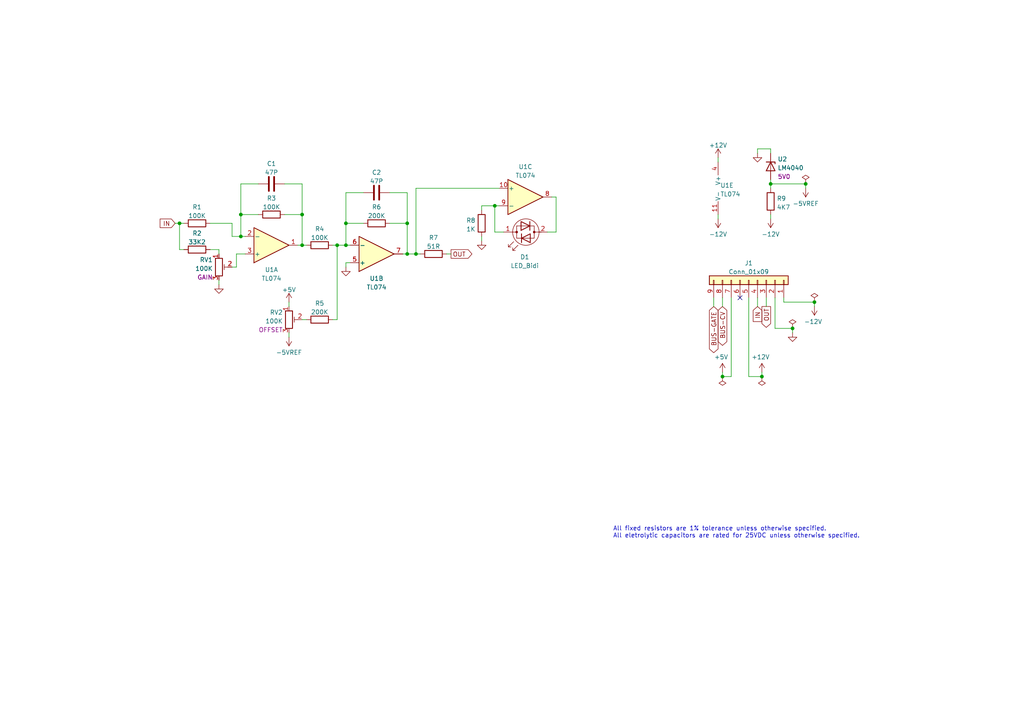
<source format=kicad_sch>
(kicad_sch (version 20211123) (generator eeschema)

  (uuid a1a9a0d8-c6de-418f-9a57-bf7f74b6d401)

  (paper "A4")

  (title_block
    (title "Attenuverter Prototype")
    (date "2022-08-26")
    (rev "1.0")
    (company "Len Popp")
    (comment 1 "Copyright © 2022 Len Popp CC BY")
    (comment 2 "Circuit design for my custom Eurorack breadboard prototyping module")
  )

  (lib_symbols
    (symbol "-lmp-opamp:TL074" (pin_names (offset 0.127)) (in_bom yes) (on_board yes)
      (property "Reference" "U" (id 0) (at 0 5.08 0)
        (effects (font (size 1.27 1.27)) (justify left))
      )
      (property "Value" "TL074" (id 1) (at 0 -5.08 0)
        (effects (font (size 1.27 1.27)) (justify left))
      )
      (property "Footprint" "Package_DIP:DIP-14_W7.62mm" (id 2) (at -1.27 2.54 0)
        (effects (font (size 1.27 1.27)) hide)
      )
      (property "Datasheet" "http://www.ti.com/lit/ds/symlink/tl071.pdf" (id 3) (at 1.27 5.08 0)
        (effects (font (size 1.27 1.27)) hide)
      )
      (property "Manufacturer" "Texas Instruments" (id 4) (at 0 0 0)
        (effects (font (size 1.27 1.27)) hide)
      )
      (property "ManufacturerPartNum" "TL074BCN" (id 5) (at 0 0 0)
        (effects (font (size 1.27 1.27)) hide)
      )
      (property "Distributor" "Mouser" (id 6) (at 0 0 0)
        (effects (font (size 1.27 1.27)) hide)
      )
      (property "DistributorPartNum" "595-TL074BCN" (id 7) (at 0 0 0)
        (effects (font (size 1.27 1.27)) hide)
      )
      (property "DistributorPartLink" "https://www.mouser.ca/ProductDetail/?qs=vxEfx8VrU7BHurOY5iQdiA%3D%3D" (id 8) (at 0 0 0)
        (effects (font (size 1.27 1.27)) hide)
      )
      (property "ki_locked" "" (id 9) (at 0 0 0)
        (effects (font (size 1.27 1.27)))
      )
      (property "ki_keywords" "quad opamp" (id 10) (at 0 0 0)
        (effects (font (size 1.27 1.27)) hide)
      )
      (property "ki_description" "Quad Low-Noise JFET-Input Operational Amplifiers, DIP-14/SOIC-14" (id 11) (at 0 0 0)
        (effects (font (size 1.27 1.27)) hide)
      )
      (property "ki_fp_filters" "SOIC*3.9x8.7mm*P1.27mm* DIP*W7.62mm* TSSOP*4.4x5mm*P0.65mm* SSOP*5.3x6.2mm*P0.65mm* MSOP*3x3mm*P0.5mm*" (id 12) (at 0 0 0)
        (effects (font (size 1.27 1.27)) hide)
      )
      (symbol "TL074_1_1"
        (polyline
          (pts
            (xy -5.08 5.08)
            (xy 5.08 0)
            (xy -5.08 -5.08)
            (xy -5.08 5.08)
          )
          (stroke (width 0.254) (type default) (color 0 0 0 0))
          (fill (type background))
        )
        (pin output line (at 7.62 0 180) (length 2.54)
          (name "~" (effects (font (size 1.27 1.27))))
          (number "1" (effects (font (size 1.27 1.27))))
        )
        (pin input line (at -7.62 -2.54 0) (length 2.54)
          (name "-" (effects (font (size 1.27 1.27))))
          (number "2" (effects (font (size 1.27 1.27))))
        )
        (pin input line (at -7.62 2.54 0) (length 2.54)
          (name "+" (effects (font (size 1.27 1.27))))
          (number "3" (effects (font (size 1.27 1.27))))
        )
      )
      (symbol "TL074_2_1"
        (polyline
          (pts
            (xy -5.08 5.08)
            (xy 5.08 0)
            (xy -5.08 -5.08)
            (xy -5.08 5.08)
          )
          (stroke (width 0.254) (type default) (color 0 0 0 0))
          (fill (type background))
        )
        (pin input line (at -7.62 2.54 0) (length 2.54)
          (name "+" (effects (font (size 1.27 1.27))))
          (number "5" (effects (font (size 1.27 1.27))))
        )
        (pin input line (at -7.62 -2.54 0) (length 2.54)
          (name "-" (effects (font (size 1.27 1.27))))
          (number "6" (effects (font (size 1.27 1.27))))
        )
        (pin output line (at 7.62 0 180) (length 2.54)
          (name "~" (effects (font (size 1.27 1.27))))
          (number "7" (effects (font (size 1.27 1.27))))
        )
      )
      (symbol "TL074_3_1"
        (polyline
          (pts
            (xy -5.08 5.08)
            (xy 5.08 0)
            (xy -5.08 -5.08)
            (xy -5.08 5.08)
          )
          (stroke (width 0.254) (type default) (color 0 0 0 0))
          (fill (type background))
        )
        (pin input line (at -7.62 2.54 0) (length 2.54)
          (name "+" (effects (font (size 1.27 1.27))))
          (number "10" (effects (font (size 1.27 1.27))))
        )
        (pin output line (at 7.62 0 180) (length 2.54)
          (name "~" (effects (font (size 1.27 1.27))))
          (number "8" (effects (font (size 1.27 1.27))))
        )
        (pin input line (at -7.62 -2.54 0) (length 2.54)
          (name "-" (effects (font (size 1.27 1.27))))
          (number "9" (effects (font (size 1.27 1.27))))
        )
      )
      (symbol "TL074_4_1"
        (polyline
          (pts
            (xy -5.08 5.08)
            (xy 5.08 0)
            (xy -5.08 -5.08)
            (xy -5.08 5.08)
          )
          (stroke (width 0.254) (type default) (color 0 0 0 0))
          (fill (type background))
        )
        (pin input line (at -7.62 2.54 0) (length 2.54)
          (name "+" (effects (font (size 1.27 1.27))))
          (number "12" (effects (font (size 1.27 1.27))))
        )
        (pin input line (at -7.62 -2.54 0) (length 2.54)
          (name "-" (effects (font (size 1.27 1.27))))
          (number "13" (effects (font (size 1.27 1.27))))
        )
        (pin output line (at 7.62 0 180) (length 2.54)
          (name "~" (effects (font (size 1.27 1.27))))
          (number "14" (effects (font (size 1.27 1.27))))
        )
      )
      (symbol "TL074_5_1"
        (pin power_in line (at -2.54 -7.62 90) (length 3.81)
          (name "V-" (effects (font (size 1.27 1.27))))
          (number "11" (effects (font (size 1.27 1.27))))
        )
        (pin power_in line (at -2.54 7.62 270) (length 3.81)
          (name "V+" (effects (font (size 1.27 1.27))))
          (number "4" (effects (font (size 1.27 1.27))))
        )
      )
    )
    (symbol "-lmp-power:+12V" (power) (pin_names (offset 0)) (in_bom yes) (on_board yes)
      (property "Reference" "#PWR" (id 0) (at 0 -3.81 0)
        (effects (font (size 1.27 1.27)) hide)
      )
      (property "Value" "+12V" (id 1) (at 0 3.556 0)
        (effects (font (size 1.27 1.27)))
      )
      (property "Footprint" "" (id 2) (at 0 0 0)
        (effects (font (size 1.27 1.27)) hide)
      )
      (property "Datasheet" "" (id 3) (at 0 0 0)
        (effects (font (size 1.27 1.27)) hide)
      )
      (property "ki_keywords" "power-flag" (id 4) (at 0 0 0)
        (effects (font (size 1.27 1.27)) hide)
      )
      (property "ki_description" "Power symbol creates a global label with name \"+12V\"" (id 5) (at 0 0 0)
        (effects (font (size 1.27 1.27)) hide)
      )
      (symbol "+12V_0_1"
        (polyline
          (pts
            (xy -0.762 1.27)
            (xy 0 2.54)
          )
          (stroke (width 0) (type default) (color 0 0 0 0))
          (fill (type none))
        )
        (polyline
          (pts
            (xy 0 0)
            (xy 0 2.54)
          )
          (stroke (width 0) (type default) (color 0 0 0 0))
          (fill (type none))
        )
        (polyline
          (pts
            (xy 0 2.54)
            (xy 0.762 1.27)
          )
          (stroke (width 0) (type default) (color 0 0 0 0))
          (fill (type none))
        )
      )
      (symbol "+12V_1_1"
        (pin power_in line (at 0 0 90) (length 0) hide
          (name "+12V" (effects (font (size 1.27 1.27))))
          (number "1" (effects (font (size 1.27 1.27))))
        )
      )
    )
    (symbol "-lmp-power:+5V" (power) (pin_names (offset 0)) (in_bom yes) (on_board yes)
      (property "Reference" "#PWR" (id 0) (at 0 -3.81 0)
        (effects (font (size 1.27 1.27)) hide)
      )
      (property "Value" "+5V" (id 1) (at 0 3.556 0)
        (effects (font (size 1.27 1.27)))
      )
      (property "Footprint" "" (id 2) (at 0 0 0)
        (effects (font (size 1.27 1.27)) hide)
      )
      (property "Datasheet" "" (id 3) (at 0 0 0)
        (effects (font (size 1.27 1.27)) hide)
      )
      (property "ki_keywords" "power-flag" (id 4) (at 0 0 0)
        (effects (font (size 1.27 1.27)) hide)
      )
      (property "ki_description" "Power symbol creates a global label with name \"+5V\"" (id 5) (at 0 0 0)
        (effects (font (size 1.27 1.27)) hide)
      )
      (symbol "+5V_0_1"
        (polyline
          (pts
            (xy -0.762 1.27)
            (xy 0 2.54)
          )
          (stroke (width 0) (type default) (color 0 0 0 0))
          (fill (type none))
        )
        (polyline
          (pts
            (xy 0 0)
            (xy 0 2.54)
          )
          (stroke (width 0) (type default) (color 0 0 0 0))
          (fill (type none))
        )
        (polyline
          (pts
            (xy 0 2.54)
            (xy 0.762 1.27)
          )
          (stroke (width 0) (type default) (color 0 0 0 0))
          (fill (type none))
        )
      )
      (symbol "+5V_1_1"
        (pin power_in line (at 0 0 90) (length 0) hide
          (name "+5V" (effects (font (size 1.27 1.27))))
          (number "1" (effects (font (size 1.27 1.27))))
        )
      )
    )
    (symbol "-lmp-power:-12V" (power) (pin_names (offset 0)) (in_bom yes) (on_board yes)
      (property "Reference" "#PWR" (id 0) (at 0 3.81 0)
        (effects (font (size 1.27 1.27)) hide)
      )
      (property "Value" "-12V" (id 1) (at 0 -3.556 0)
        (effects (font (size 1.27 1.27)))
      )
      (property "Footprint" "" (id 2) (at 0 0 0)
        (effects (font (size 1.27 1.27)) hide)
      )
      (property "Datasheet" "" (id 3) (at 0 0 0)
        (effects (font (size 1.27 1.27)) hide)
      )
      (property "ki_keywords" "power-flag" (id 4) (at 0 0 0)
        (effects (font (size 1.27 1.27)) hide)
      )
      (property "ki_description" "Power symbol creates a global label with name \"-12V\"" (id 5) (at 0 0 0)
        (effects (font (size 1.27 1.27)) hide)
      )
      (symbol "-12V_0_1"
        (polyline
          (pts
            (xy -0.762 -1.27)
            (xy 0 -2.54)
          )
          (stroke (width 0) (type default) (color 0 0 0 0))
          (fill (type none))
        )
        (polyline
          (pts
            (xy 0 -2.54)
            (xy 0.762 -1.27)
          )
          (stroke (width 0) (type default) (color 0 0 0 0))
          (fill (type none))
        )
        (polyline
          (pts
            (xy 0 0)
            (xy 0 -2.54)
          )
          (stroke (width 0) (type default) (color 0 0 0 0))
          (fill (type none))
        )
      )
      (symbol "-12V_1_1"
        (pin power_in line (at 0 0 270) (length 0) hide
          (name "-12V" (effects (font (size 1.27 1.27))))
          (number "1" (effects (font (size 1.27 1.27))))
        )
      )
    )
    (symbol "-lmp-power:-5VREF" (power) (pin_names (offset 0)) (in_bom yes) (on_board yes)
      (property "Reference" "#PWR" (id 0) (at 0 3.81 0)
        (effects (font (size 1.27 1.27)) hide)
      )
      (property "Value" "-5VREF" (id 1) (at 0 -3.556 0)
        (effects (font (size 1.27 1.27)))
      )
      (property "Footprint" "" (id 2) (at 0 0 0)
        (effects (font (size 1.27 1.27)) hide)
      )
      (property "Datasheet" "" (id 3) (at 0 0 0)
        (effects (font (size 1.27 1.27)) hide)
      )
      (property "ki_keywords" "power-flag" (id 4) (at 0 0 0)
        (effects (font (size 1.27 1.27)) hide)
      )
      (property "ki_description" "Power symbol creates a global label with name \"-5VREF\"" (id 5) (at 0 0 0)
        (effects (font (size 1.27 1.27)) hide)
      )
      (symbol "-5VREF_0_1"
        (polyline
          (pts
            (xy -0.762 -1.27)
            (xy 0 -2.54)
          )
          (stroke (width 0) (type default) (color 0 0 0 0))
          (fill (type none))
        )
        (polyline
          (pts
            (xy 0 -2.54)
            (xy 0.762 -1.27)
          )
          (stroke (width 0) (type default) (color 0 0 0 0))
          (fill (type none))
        )
        (polyline
          (pts
            (xy 0 0)
            (xy 0 -2.54)
          )
          (stroke (width 0) (type default) (color 0 0 0 0))
          (fill (type none))
        )
      )
      (symbol "-5VREF_1_1"
        (pin power_in line (at 0 0 270) (length 0) hide
          (name "-5VREF" (effects (font (size 1.27 1.27))))
          (number "1" (effects (font (size 1.27 1.27))))
        )
      )
    )
    (symbol "-lmp-power:GND" (power) (pin_numbers hide) (pin_names (offset 0) hide) (in_bom yes) (on_board yes)
      (property "Reference" "#PWR" (id 0) (at 0 -6.35 0)
        (effects (font (size 1.27 1.27)) hide)
      )
      (property "Value" "GND" (id 1) (at 0 -3.81 0)
        (effects (font (size 1.27 1.27)) hide)
      )
      (property "Footprint" "" (id 2) (at 0 0 0)
        (effects (font (size 1.27 1.27)) hide)
      )
      (property "Datasheet" "" (id 3) (at 0 0 0)
        (effects (font (size 1.27 1.27)) hide)
      )
      (property "ki_keywords" "power-flag" (id 4) (at 0 0 0)
        (effects (font (size 1.27 1.27)) hide)
      )
      (property "ki_description" "Power symbol creates a global label with name \"GND\" , ground" (id 5) (at 0 0 0)
        (effects (font (size 1.27 1.27)) hide)
      )
      (symbol "GND_0_1"
        (polyline
          (pts
            (xy 0 0)
            (xy 0 -1.27)
            (xy 1.27 -1.27)
            (xy 0 -2.54)
            (xy -1.27 -1.27)
            (xy 0 -1.27)
          )
          (stroke (width 0) (type default) (color 0 0 0 0))
          (fill (type none))
        )
      )
      (symbol "GND_1_1"
        (pin power_in line (at 0 0 270) (length 0) hide
          (name "GND" (effects (font (size 1.27 1.27))))
          (number "1" (effects (font (size 1.27 1.27))))
        )
      )
    )
    (symbol "-lmp-power:PWR_FLAG" (power) (pin_numbers hide) (pin_names (offset 0) hide) (in_bom yes) (on_board yes)
      (property "Reference" "#FLG" (id 0) (at 0 1.905 0)
        (effects (font (size 1.27 1.27)) hide)
      )
      (property "Value" "PWR_FLAG" (id 1) (at 0 3.81 0)
        (effects (font (size 1.27 1.27)))
      )
      (property "Footprint" "" (id 2) (at 0 0 0)
        (effects (font (size 1.27 1.27)) hide)
      )
      (property "Datasheet" "~" (id 3) (at 0 0 0)
        (effects (font (size 1.27 1.27)) hide)
      )
      (property "ki_keywords" "power-flag" (id 4) (at 0 0 0)
        (effects (font (size 1.27 1.27)) hide)
      )
      (property "ki_description" "Special symbol for telling ERC where power comes from" (id 5) (at 0 0 0)
        (effects (font (size 1.27 1.27)) hide)
      )
      (symbol "PWR_FLAG_0_0"
        (pin power_out line (at 0 0 90) (length 0)
          (name "pwr" (effects (font (size 1.27 1.27))))
          (number "1" (effects (font (size 1.27 1.27))))
        )
      )
      (symbol "PWR_FLAG_0_1"
        (polyline
          (pts
            (xy 0 0)
            (xy 0 1.27)
            (xy -1.016 1.905)
            (xy 0 2.54)
            (xy 1.016 1.905)
            (xy 0 1.27)
          )
          (stroke (width 0) (type default) (color 0 0 0 0))
          (fill (type none))
        )
      )
    )
    (symbol "-lmp-regulator:LM4040" (pin_numbers hide) (pin_names (offset 1.016) hide) (in_bom yes) (on_board yes)
      (property "Reference" "U" (id 0) (at 0 2.54 0)
        (effects (font (size 1.27 1.27)))
      )
      (property "Value" "LM4040" (id 1) (at 0 -2.54 0)
        (effects (font (size 1.27 1.27)))
      )
      (property "Footprint" "-lmp-misc:TO-92-2_Wide" (id 2) (at 0 0 0)
        (effects (font (size 1.27 1.27)) hide)
      )
      (property "Datasheet" "https://www.ti.com/lit/ds/symlink/lm4040-n.pdf?ts=1622551591255" (id 3) (at 0 0 0)
        (effects (font (size 1.27 1.27)) hide)
      )
      (property "Value2" "[voltage]" (id 4) (at 0 -4.572 0)
        (effects (font (size 1.27 1.27)))
      )
      (property "Manufacturer" "Texas Instruments" (id 5) (at 0 0 0)
        (effects (font (size 1.27 1.27)) hide)
      )
      (property "ManufacturerPartNum" "LM4040*" (id 6) (at 0 0 0)
        (effects (font (size 1.27 1.27)) hide)
      )
      (property "Distributor" "Mouser" (id 7) (at 0 0 0)
        (effects (font (size 1.27 1.27)) hide)
      )
      (property "DistributorPartLink" "https://www.mouser.ca/c/semiconductors/integrated-circuits-ics/power-management-ics/voltage-references/?mounting+style=Through+Hole&package+%2f+case=TO-92-3~TO92-3%7cThrough+Hole&series=LM4040-N~LM4040D50&instock=y&sort=pricing&rp=semiconductors%2fintegrated-circuits-ics%2fpower-management-ics%2fvoltage-references%7cPackage+%2f+Case%7cSeries" (id 8) (at 0 0 0)
        (effects (font (size 1.27 1.27)) hide)
      )
      (property "ki_keywords" "shunt voltage reference" (id 9) (at 0 0 0)
        (effects (font (size 1.27 1.27)) hide)
      )
      (property "ki_description" "LM4040 shunt voltage reference" (id 10) (at 0 0 0)
        (effects (font (size 1.27 1.27)) hide)
      )
      (property "ki_fp_filters" "TO-???* *_Diode_* *SingleDiode* D_*" (id 11) (at 0 0 0)
        (effects (font (size 1.27 1.27)) hide)
      )
      (symbol "LM4040_0_1"
        (polyline
          (pts
            (xy 1.27 0)
            (xy -1.27 0)
          )
          (stroke (width 0) (type default) (color 0 0 0 0))
          (fill (type none))
        )
        (polyline
          (pts
            (xy -1.27 -1.27)
            (xy -1.27 1.27)
            (xy -0.762 1.27)
          )
          (stroke (width 0.254) (type default) (color 0 0 0 0))
          (fill (type none))
        )
        (polyline
          (pts
            (xy 1.27 -1.27)
            (xy 1.27 1.27)
            (xy -1.27 0)
            (xy 1.27 -1.27)
          )
          (stroke (width 0.254) (type default) (color 0 0 0 0))
          (fill (type none))
        )
      )
      (symbol "LM4040_1_1"
        (pin passive line (at -3.81 0 0) (length 2.54)
          (name "K" (effects (font (size 1.27 1.27))))
          (number "1" (effects (font (size 1.27 1.27))))
        )
        (pin passive line (at 3.81 0 180) (length 2.54)
          (name "A" (effects (font (size 1.27 1.27))))
          (number "2" (effects (font (size 1.27 1.27))))
        )
      )
    )
    (symbol "-lmp-synth:LED_Dual_3mm_Yellow_Green_Bidi" (pin_names (offset 0) hide) (in_bom yes) (on_board yes)
      (property "Reference" "D" (id 0) (at 0 5.08 0)
        (effects (font (size 1.27 1.27)))
      )
      (property "Value" "LED_Dual_3mm_Yellow_Green_Bidi" (id 1) (at 0 -5.08 0)
        (effects (font (size 1.27 1.27)))
      )
      (property "Footprint" "LED_THT:LED_D3.0mm" (id 2) (at 0 -7.62 0)
        (effects (font (size 1.27 1.27)) hide)
      )
      (property "Datasheet" "https://www.mouser.ca/datasheet/2/216/WP937GYW-49419.pdf" (id 3) (at 0 -7.62 0)
        (effects (font (size 1.27 1.27)) hide)
      )
      (property "Label" "[label]" (id 4) (at 0 -7.62 0)
        (effects (font (size 1.27 1.27)))
      )
      (property "Manufacturer" "Kingbright" (id 5) (at 0 -7.62 0)
        (effects (font (size 1.27 1.27)) hide)
      )
      (property "ManufacturerPartNum" "WP937GYW" (id 6) (at 0 -7.62 0)
        (effects (font (size 1.27 1.27)) hide)
      )
      (property "Distributor" "Mouser" (id 7) (at 0 -7.62 0)
        (effects (font (size 1.27 1.27)) hide)
      )
      (property "DistributorPartNum" "604-WP937GYW" (id 8) (at 0 -7.62 0)
        (effects (font (size 1.27 1.27)) hide)
      )
      (property "DistributorPartLink" "https://www.mouser.ca/ProductDetail/Kingbright/WP937GYW?qs=pYCps6XRS2BGAhGpbeAyzQ%3D%3D" (id 9) (at 0 -7.62 0)
        (effects (font (size 1.27 1.27)) hide)
      )
      (property "ki_keywords" "LED diode bicolor dual red green" (id 10) (at 0 0 0)
        (effects (font (size 1.27 1.27)) hide)
      )
      (property "ki_description" "Dual LED, red and green, common cathode on pin 2" (id 11) (at 0 0 0)
        (effects (font (size 1.27 1.27)) hide)
      )
      (property "ki_fp_filters" "LED* LED_SMD:* LED_THT:*" (id 12) (at 0 0 0)
        (effects (font (size 1.27 1.27)) hide)
      )
      (symbol "LED_Dual_3mm_Yellow_Green_Bidi_0_1"
        (circle (center -2.54 0) (radius 0.2794)
          (stroke (width 0) (type default) (color 0 0 0 0))
          (fill (type outline))
        )
        (circle (center -0.127 0) (radius 3.8354)
          (stroke (width 0) (type default) (color 0 0 0 0))
          (fill (type none))
        )
        (polyline
          (pts
            (xy -4.572 0)
            (xy -2.54 0)
          )
          (stroke (width 0) (type default) (color 0 0 0 0))
          (fill (type none))
        )
        (polyline
          (pts
            (xy -1.27 -0.508)
            (xy -1.27 -3.048)
          )
          (stroke (width 0.254) (type default) (color 0 0 0 0))
          (fill (type none))
        )
        (polyline
          (pts
            (xy 1.143 0.508)
            (xy 1.143 3.048)
          )
          (stroke (width 0.254) (type default) (color 0 0 0 0))
          (fill (type none))
        )
        (polyline
          (pts
            (xy 2.54 -1.778)
            (xy 2.032 -1.778)
          )
          (stroke (width 0) (type default) (color 0 0 0 0))
          (fill (type none))
        )
        (polyline
          (pts
            (xy 2.54 -1.778)
            (xy 2.54 1.778)
          )
          (stroke (width 0) (type default) (color 0 0 0 0))
          (fill (type none))
        )
        (polyline
          (pts
            (xy 2.54 1.778)
            (xy 1.905 1.778)
          )
          (stroke (width 0) (type default) (color 0 0 0 0))
          (fill (type none))
        )
        (polyline
          (pts
            (xy 3.81 0)
            (xy 2.54 0)
          )
          (stroke (width 0) (type default) (color 0 0 0 0))
          (fill (type none))
        )
        (polyline
          (pts
            (xy -1.397 3.048)
            (xy -1.397 0.508)
            (xy 1.143 1.778)
            (xy -1.397 3.048)
          )
          (stroke (width 0.254) (type default) (color 0 0 0 0))
          (fill (type none))
        )
        (polyline
          (pts
            (xy 1.27 -0.508)
            (xy 1.27 -3.048)
            (xy -1.27 -1.778)
            (xy 1.27 -0.508)
          )
          (stroke (width 0.254) (type default) (color 0 0 0 0))
          (fill (type none))
        )
        (polyline
          (pts
            (xy 1.905 -1.778)
            (xy -2.54 -1.778)
            (xy -2.54 1.778)
            (xy 0.254 1.778)
            (xy 2.032 1.778)
          )
          (stroke (width 0) (type default) (color 0 0 0 0))
          (fill (type none))
        )
        (polyline
          (pts
            (xy 2.159 3.81)
            (xy 3.683 5.334)
            (xy 2.921 5.334)
            (xy 3.683 5.334)
            (xy 3.683 4.572)
          )
          (stroke (width 0) (type default) (color 0 0 0 0))
          (fill (type none))
        )
        (polyline
          (pts
            (xy 3.429 2.794)
            (xy 4.953 4.318)
            (xy 4.191 4.318)
            (xy 4.953 4.318)
            (xy 4.953 3.556)
          )
          (stroke (width 0) (type default) (color 0 0 0 0))
          (fill (type none))
        )
      )
      (symbol "LED_Dual_3mm_Yellow_Green_Bidi_1_1"
        (circle (center 2.54 0) (radius 0.2794)
          (stroke (width 0) (type default) (color 0 0 0 0))
          (fill (type outline))
        )
        (pin input line (at 6.35 0 180) (length 2.54)
          (name "1" (effects (font (size 1.27 1.27))))
          (number "1" (effects (font (size 1.27 1.27))))
        )
        (pin input line (at -6.35 0 0) (length 2.54)
          (name "2" (effects (font (size 1.27 1.27))))
          (number "2" (effects (font (size 1.27 1.27))))
        )
      )
    )
    (symbol "-lmp-synth:R_1K_Output" (pin_numbers hide) (pin_names (offset 0)) (in_bom yes) (on_board yes)
      (property "Reference" "R" (id 0) (at -2.286 0 90)
        (effects (font (size 1.27 1.27)))
      )
      (property "Value" "R_1K_Output" (id 1) (at 2.413 0 90)
        (effects (font (size 1.27 1.27)))
      )
      (property "Footprint" "-lmp-misc:R_Axial_DIN0207_L6.3mm_D2.5mm_P10.16mm_Horizontal" (id 2) (at -1.778 0 90)
        (effects (font (size 1.27 1.27)) hide)
      )
      (property "Datasheet" "https://www.mouser.ca/datasheet/2/427/ccf07-1762725.pdf" (id 3) (at 0 0 0)
        (effects (font (size 1.27 1.27)) hide)
      )
      (property "Value2" "5%, 1/4 W" (id 4) (at 4.445 0 90)
        (effects (font (size 1.27 1.27)))
      )
      (property "Note" "Output limiting" (id 5) (at -1.905 -1.905 90)
        (effects (font (size 1.27 1.27)) hide)
      )
      (property "Manufacturer" "Vishay / Dale" (id 6) (at 0 0 0)
        (effects (font (size 1.27 1.27)) hide)
      )
      (property "ManufacturerPartNum" "CCF071K00JKE36" (id 7) (at 0 0 0)
        (effects (font (size 1.27 1.27)) hide)
      )
      (property "Distributor" "Mouser" (id 8) (at -1.905 0 90)
        (effects (font (size 1.27 1.27)) hide)
      )
      (property "DistributorPartNum" "71-CCF071K00JKE36" (id 9) (at 0 0 0)
        (effects (font (size 1.27 1.27)) hide)
      )
      (property "DistributorPartLink" "https://www.mouser.ca/ProductDetail/Vishay-Dale/CCF071K00JKE36?qs=sGAEpiMZZMsPqMdJzcrNwqw41JD0NFylHV1MADcQnpo%3D" (id 10) (at 0 0 0)
        (effects (font (size 1.27 1.27)) hide)
      )
      (property "ki_keywords" "R res resistor" (id 11) (at 0 0 0)
        (effects (font (size 1.27 1.27)) hide)
      )
      (property "ki_description" "Resistor" (id 12) (at 0 0 0)
        (effects (font (size 1.27 1.27)) hide)
      )
      (property "ki_fp_filters" "R_*" (id 13) (at 0 0 0)
        (effects (font (size 1.27 1.27)) hide)
      )
      (symbol "R_1K_Output_0_1"
        (rectangle (start -1.016 -2.54) (end 1.016 2.54)
          (stroke (width 0.254) (type default) (color 0 0 0 0))
          (fill (type none))
        )
      )
      (symbol "R_1K_Output_1_1"
        (pin passive line (at 0 3.81 270) (length 1.27)
          (name "~" (effects (font (size 1.27 1.27))))
          (number "1" (effects (font (size 1.27 1.27))))
        )
        (pin passive line (at 0 -3.81 90) (length 1.27)
          (name "~" (effects (font (size 1.27 1.27))))
          (number "2" (effects (font (size 1.27 1.27))))
        )
      )
    )
    (symbol "-lmp-synth:R_51R_Output" (pin_numbers hide) (pin_names (offset 0)) (in_bom yes) (on_board yes)
      (property "Reference" "R" (id 0) (at -2.286 0 90)
        (effects (font (size 1.27 1.27)))
      )
      (property "Value" "R_51R_Output" (id 1) (at 2.413 0 90)
        (effects (font (size 1.27 1.27)))
      )
      (property "Footprint" "-lmp-misc:R_Axial_DIN0207_L6.3mm_D2.5mm_P10.16mm_Horizontal" (id 2) (at -1.778 0 90)
        (effects (font (size 1.27 1.27)) hide)
      )
      (property "Datasheet" "https://www.mouser.ca/datasheet/2/447/Yageo_LR_MFR_1-1714151.pdf" (id 3) (at 0 0 0)
        (effects (font (size 1.27 1.27)) hide)
      )
      (property "Value2" "1%, 1/4 W" (id 4) (at 4.445 0 90)
        (effects (font (size 1.27 1.27)))
      )
      (property "Note" "Output limiting" (id 5) (at -1.905 -1.905 90)
        (effects (font (size 1.27 1.27)) hide)
      )
      (property "Manufacturer" "YAGEO" (id 6) (at 0 0 0)
        (effects (font (size 1.27 1.27)) hide)
      )
      (property "ManufacturerPartNum" "MFR-25FBF52-51R" (id 7) (at 0 0 0)
        (effects (font (size 1.27 1.27)) hide)
      )
      (property "Distributor" "Mouser" (id 8) (at -1.905 0 90)
        (effects (font (size 1.27 1.27)) hide)
      )
      (property "DistributorPartNum" "603-MFR-25FBF52-51R" (id 9) (at 0 0 0)
        (effects (font (size 1.27 1.27)) hide)
      )
      (property "DistributorPartLink" "https://www.mouser.ca/ProductDetail/?qs=oAGoVhmvjhzVx2bdEH1TLQ%3D%3D" (id 10) (at 0 0 0)
        (effects (font (size 1.27 1.27)) hide)
      )
      (property "ki_keywords" "R res resistor" (id 11) (at 0 0 0)
        (effects (font (size 1.27 1.27)) hide)
      )
      (property "ki_description" "Resistor" (id 12) (at 0 0 0)
        (effects (font (size 1.27 1.27)) hide)
      )
      (property "ki_fp_filters" "R_*" (id 13) (at 0 0 0)
        (effects (font (size 1.27 1.27)) hide)
      )
      (symbol "R_51R_Output_0_1"
        (rectangle (start -1.016 -2.54) (end 1.016 2.54)
          (stroke (width 0.254) (type default) (color 0 0 0 0))
          (fill (type none))
        )
      )
      (symbol "R_51R_Output_1_1"
        (pin passive line (at 0 3.81 270) (length 1.27)
          (name "~" (effects (font (size 1.27 1.27))))
          (number "1" (effects (font (size 1.27 1.27))))
        )
        (pin passive line (at 0 -3.81 90) (length 1.27)
          (name "~" (effects (font (size 1.27 1.27))))
          (number "2" (effects (font (size 1.27 1.27))))
        )
      )
    )
    (symbol "-lmp:CC" (pin_numbers hide) (pin_names (offset 0.254)) (in_bom yes) (on_board yes)
      (property "Reference" "C" (id 0) (at 0.635 2.54 0)
        (effects (font (size 1.27 1.27)) (justify left))
      )
      (property "Value" "CC" (id 1) (at 0.635 -2.54 0)
        (effects (font (size 1.27 1.27)) (justify left))
      )
      (property "Footprint" "" (id 2) (at 0.9652 -3.81 0)
        (effects (font (size 1.27 1.27)) hide)
      )
      (property "Datasheet" "~" (id 3) (at 0 0 0)
        (effects (font (size 1.27 1.27)) hide)
      )
      (property "ki_keywords" "cap capacitor ceramic" (id 4) (at 0 0 0)
        (effects (font (size 1.27 1.27)) hide)
      )
      (property "ki_description" "Capacitor - Ceramic" (id 5) (at 0 0 0)
        (effects (font (size 1.27 1.27)) hide)
      )
      (property "ki_fp_filters" "C_*" (id 6) (at 0 0 0)
        (effects (font (size 1.27 1.27)) hide)
      )
      (symbol "CC_0_1"
        (polyline
          (pts
            (xy -2.032 -0.762)
            (xy 2.032 -0.762)
          )
          (stroke (width 0.508) (type default) (color 0 0 0 0))
          (fill (type none))
        )
        (polyline
          (pts
            (xy -2.032 0.762)
            (xy 2.032 0.762)
          )
          (stroke (width 0.508) (type default) (color 0 0 0 0))
          (fill (type none))
        )
      )
      (symbol "CC_1_1"
        (pin passive line (at 0 3.81 270) (length 2.794)
          (name "~" (effects (font (size 1.27 1.27))))
          (number "1" (effects (font (size 1.27 1.27))))
        )
        (pin passive line (at 0 -3.81 90) (length 2.794)
          (name "~" (effects (font (size 1.27 1.27))))
          (number "2" (effects (font (size 1.27 1.27))))
        )
      )
    )
    (symbol "-lmp:R_1%_0W166" (pin_numbers hide) (pin_names (offset 0)) (in_bom yes) (on_board yes)
      (property "Reference" "R" (id 0) (at -2.286 0 90)
        (effects (font (size 1.27 1.27)))
      )
      (property "Value" "R_1%_0W166" (id 1) (at 2.413 0 90)
        (effects (font (size 1.27 1.27)))
      )
      (property "Footprint" "-lmp-misc:R_Axial_DIN0207_L6.3mm_D2.5mm_P7.62mm_Horizontal" (id 2) (at -1.778 0 90)
        (effects (font (size 1.27 1.27)) hide)
      )
      (property "Datasheet" "https://www.mouser.ca/datasheet/2/447/Yageo_LR_MFR_1-1714151.pdf" (id 3) (at 0 0 0)
        (effects (font (size 1.27 1.27)) hide)
      )
      (property "Manufacturer" "YAGEO" (id 4) (at 0 0 0)
        (effects (font (size 1.27 1.27)) hide)
      )
      (property "ManufacturerPartNum" "MFR-12*" (id 5) (at 0 0 0)
        (effects (font (size 1.27 1.27)) hide)
      )
      (property "Distributor" "Mouser" (id 6) (at 0 0 0)
        (effects (font (size 1.27 1.27)) hide)
      )
      (property "DistributorPartNum" "603-MFR-12*" (id 7) (at 0 0 0)
        (effects (font (size 1.27 1.27)) hide)
      )
      (property "DistributorPartLink" "https://www.mouser.ca/c/?m=YAGEO&power+rating=166+mW+(1%2f6+W)&tolerance=1+%25&instock=y" (id 8) (at 0 0 0)
        (effects (font (size 1.27 1.27)) hide)
      )
      (property "Value2" "1%, 1/6 W" (id 9) (at 4.953 0 90)
        (effects (font (size 1.27 1.27)) hide)
      )
      (property "ki_keywords" "R res resistor" (id 10) (at 0 0 0)
        (effects (font (size 1.27 1.27)) hide)
      )
      (property "ki_description" "Resistor" (id 11) (at 0 0 0)
        (effects (font (size 1.27 1.27)) hide)
      )
      (property "ki_fp_filters" "R_*" (id 12) (at 0 0 0)
        (effects (font (size 1.27 1.27)) hide)
      )
      (symbol "R_1%_0W166_0_1"
        (rectangle (start -1.016 -2.54) (end 1.016 2.54)
          (stroke (width 0.254) (type default) (color 0 0 0 0))
          (fill (type none))
        )
      )
      (symbol "R_1%_0W166_1_1"
        (pin passive line (at 0 3.81 270) (length 1.27)
          (name "~" (effects (font (size 1.27 1.27))))
          (number "1" (effects (font (size 1.27 1.27))))
        )
        (pin passive line (at 0 -3.81 90) (length 1.27)
          (name "~" (effects (font (size 1.27 1.27))))
          (number "2" (effects (font (size 1.27 1.27))))
        )
      )
    )
    (symbol "-lmp:R_POT_TRIM" (pin_names (offset 1.016) hide) (in_bom yes) (on_board yes)
      (property "Reference" "RV" (id 0) (at -6.858 0 90)
        (effects (font (size 1.27 1.27)))
      )
      (property "Value" "R_POT_TRIM" (id 1) (at -4.953 0 90)
        (effects (font (size 1.27 1.27)))
      )
      (property "Footprint" "-lmp-misc:Potentiometer_Bourns_3386P_Top" (id 2) (at 0 0 0)
        (effects (font (size 1.27 1.27)) hide)
      )
      (property "Datasheet" "https://www.mouser.ca/datasheet/2/54/3386-776606.pdf" (id 3) (at 0 0 0)
        (effects (font (size 1.27 1.27)) hide)
      )
      (property "Label" "[label]" (id 4) (at -2.921 0 90)
        (effects (font (size 1.27 1.27)))
      )
      (property "Manufacturer" "Bourns" (id 5) (at 0 0 0)
        (effects (font (size 1.27 1.27)) hide)
      )
      (property "ManufacturerPartNum" "3386*" (id 6) (at 0 0 0)
        (effects (font (size 1.27 1.27)) hide)
      )
      (property "Distributor" "Mouser" (id 7) (at 0 0 0)
        (effects (font (size 1.27 1.27)) hide)
      )
      (property "DistributorPartNum" "652-3386*" (id 8) (at 0 0 0)
        (effects (font (size 1.27 1.27)) hide)
      )
      (property "DistributorPartLink" "https://www.mouser.ca/c/passive-components/resistors/variable-resistors/trimmer-resistors-through-hole/?number+of+turns=1&series=3386&instock=y" (id 9) (at 0 0 0)
        (effects (font (size 1.27 1.27)) hide)
      )
      (property "ki_keywords" "resistor variable trimpot trimmer" (id 10) (at 0 0 0)
        (effects (font (size 1.27 1.27)) hide)
      )
      (property "ki_description" "Trim-potentiometer" (id 11) (at 0 0 0)
        (effects (font (size 1.27 1.27)) hide)
      )
      (property "ki_fp_filters" "Potentiometer*" (id 12) (at 0 0 0)
        (effects (font (size 1.27 1.27)) hide)
      )
      (symbol "R_POT_TRIM_0_1"
        (polyline
          (pts
            (xy 1.524 0.762)
            (xy 1.524 -0.762)
          )
          (stroke (width 0) (type default) (color 0 0 0 0))
          (fill (type none))
        )
        (polyline
          (pts
            (xy 2.54 0)
            (xy 1.524 0)
          )
          (stroke (width 0) (type default) (color 0 0 0 0))
          (fill (type none))
        )
        (rectangle (start 1.016 2.54) (end -1.016 -2.54)
          (stroke (width 0.254) (type default) (color 0 0 0 0))
          (fill (type none))
        )
      )
      (symbol "R_POT_TRIM_1_1"
        (pin passive line (at 0 3.81 270) (length 1.27)
          (name "1" (effects (font (size 1.27 1.27))))
          (number "1" (effects (font (size 1.27 1.27))))
        )
        (pin passive line (at 3.81 0 180) (length 1.27)
          (name "2" (effects (font (size 1.27 1.27))))
          (number "2" (effects (font (size 1.27 1.27))))
        )
        (pin passive line (at 0 -3.81 90) (length 1.27)
          (name "3" (effects (font (size 1.27 1.27))))
          (number "3" (effects (font (size 1.27 1.27))))
        )
      )
    )
    (symbol "Connector_Generic:Conn_01x09" (pin_names (offset 1.016) hide) (in_bom yes) (on_board yes)
      (property "Reference" "J" (id 0) (at 0 12.7 0)
        (effects (font (size 1.27 1.27)))
      )
      (property "Value" "Conn_01x09" (id 1) (at 0 -12.7 0)
        (effects (font (size 1.27 1.27)))
      )
      (property "Footprint" "" (id 2) (at 0 0 0)
        (effects (font (size 1.27 1.27)) hide)
      )
      (property "Datasheet" "~" (id 3) (at 0 0 0)
        (effects (font (size 1.27 1.27)) hide)
      )
      (property "ki_keywords" "connector" (id 4) (at 0 0 0)
        (effects (font (size 1.27 1.27)) hide)
      )
      (property "ki_description" "Generic connector, single row, 01x09, script generated (kicad-library-utils/schlib/autogen/connector/)" (id 5) (at 0 0 0)
        (effects (font (size 1.27 1.27)) hide)
      )
      (property "ki_fp_filters" "Connector*:*_1x??_*" (id 6) (at 0 0 0)
        (effects (font (size 1.27 1.27)) hide)
      )
      (symbol "Conn_01x09_1_1"
        (rectangle (start -1.27 -10.033) (end 0 -10.287)
          (stroke (width 0.1524) (type default) (color 0 0 0 0))
          (fill (type none))
        )
        (rectangle (start -1.27 -7.493) (end 0 -7.747)
          (stroke (width 0.1524) (type default) (color 0 0 0 0))
          (fill (type none))
        )
        (rectangle (start -1.27 -4.953) (end 0 -5.207)
          (stroke (width 0.1524) (type default) (color 0 0 0 0))
          (fill (type none))
        )
        (rectangle (start -1.27 -2.413) (end 0 -2.667)
          (stroke (width 0.1524) (type default) (color 0 0 0 0))
          (fill (type none))
        )
        (rectangle (start -1.27 0.127) (end 0 -0.127)
          (stroke (width 0.1524) (type default) (color 0 0 0 0))
          (fill (type none))
        )
        (rectangle (start -1.27 2.667) (end 0 2.413)
          (stroke (width 0.1524) (type default) (color 0 0 0 0))
          (fill (type none))
        )
        (rectangle (start -1.27 5.207) (end 0 4.953)
          (stroke (width 0.1524) (type default) (color 0 0 0 0))
          (fill (type none))
        )
        (rectangle (start -1.27 7.747) (end 0 7.493)
          (stroke (width 0.1524) (type default) (color 0 0 0 0))
          (fill (type none))
        )
        (rectangle (start -1.27 10.287) (end 0 10.033)
          (stroke (width 0.1524) (type default) (color 0 0 0 0))
          (fill (type none))
        )
        (rectangle (start -1.27 11.43) (end 1.27 -11.43)
          (stroke (width 0.254) (type default) (color 0 0 0 0))
          (fill (type background))
        )
        (pin passive line (at -5.08 10.16 0) (length 3.81)
          (name "Pin_1" (effects (font (size 1.27 1.27))))
          (number "1" (effects (font (size 1.27 1.27))))
        )
        (pin passive line (at -5.08 7.62 0) (length 3.81)
          (name "Pin_2" (effects (font (size 1.27 1.27))))
          (number "2" (effects (font (size 1.27 1.27))))
        )
        (pin passive line (at -5.08 5.08 0) (length 3.81)
          (name "Pin_3" (effects (font (size 1.27 1.27))))
          (number "3" (effects (font (size 1.27 1.27))))
        )
        (pin passive line (at -5.08 2.54 0) (length 3.81)
          (name "Pin_4" (effects (font (size 1.27 1.27))))
          (number "4" (effects (font (size 1.27 1.27))))
        )
        (pin passive line (at -5.08 0 0) (length 3.81)
          (name "Pin_5" (effects (font (size 1.27 1.27))))
          (number "5" (effects (font (size 1.27 1.27))))
        )
        (pin passive line (at -5.08 -2.54 0) (length 3.81)
          (name "Pin_6" (effects (font (size 1.27 1.27))))
          (number "6" (effects (font (size 1.27 1.27))))
        )
        (pin passive line (at -5.08 -5.08 0) (length 3.81)
          (name "Pin_7" (effects (font (size 1.27 1.27))))
          (number "7" (effects (font (size 1.27 1.27))))
        )
        (pin passive line (at -5.08 -7.62 0) (length 3.81)
          (name "Pin_8" (effects (font (size 1.27 1.27))))
          (number "8" (effects (font (size 1.27 1.27))))
        )
        (pin passive line (at -5.08 -10.16 0) (length 3.81)
          (name "Pin_9" (effects (font (size 1.27 1.27))))
          (number "9" (effects (font (size 1.27 1.27))))
        )
      )
    )
  )

  (junction (at 87.63 71.12) (diameter 0) (color 0 0 0 0)
    (uuid 2872ba48-8385-4094-90dc-af2c9b5b9d6b)
  )
  (junction (at 100.33 71.12) (diameter 0) (color 0 0 0 0)
    (uuid 57dbe9e8-8351-4e7c-8d55-71bdec7f2742)
  )
  (junction (at 100.33 64.77) (diameter 0) (color 0 0 0 0)
    (uuid 62f9bf53-b244-4f0c-8f4a-965b5c2869fb)
  )
  (junction (at 229.87 95.25) (diameter 0) (color 0 0 0 0)
    (uuid 7ea85228-de9d-46bb-aa3c-34dfb8e54239)
  )
  (junction (at 220.98 109.22) (diameter 0) (color 0 0 0 0)
    (uuid 83c70ce6-e441-4b07-80a6-2f5fb8a6492d)
  )
  (junction (at 118.11 73.66) (diameter 0) (color 0 0 0 0)
    (uuid 9fc2fbaa-d5bf-48a0-8e0b-8adac6ad8173)
  )
  (junction (at 120.65 73.66) (diameter 0) (color 0 0 0 0)
    (uuid b86f3fcf-4c4b-4572-b0fc-e1e923cfbce1)
  )
  (junction (at 223.52 53.34) (diameter 0) (color 0 0 0 0)
    (uuid c07e7a0a-d1f0-4f76-bb67-2edb43748e60)
  )
  (junction (at 143.51 59.69) (diameter 0) (color 0 0 0 0)
    (uuid c0e901ca-caf5-4bd8-92c3-38b9be1f3ed4)
  )
  (junction (at 97.79 71.12) (diameter 0) (color 0 0 0 0)
    (uuid c3ff6b6c-855e-4a91-8bf1-52e8a4192307)
  )
  (junction (at 236.22 87.63) (diameter 0) (color 0 0 0 0)
    (uuid d1038279-4eb4-4065-836c-dbd8cfc6d4a4)
  )
  (junction (at 69.85 68.58) (diameter 0) (color 0 0 0 0)
    (uuid d3883515-2596-4c23-b848-e65bad06cab5)
  )
  (junction (at 87.63 62.23) (diameter 0) (color 0 0 0 0)
    (uuid df15f66a-a89d-479f-a490-92892988c9d9)
  )
  (junction (at 209.55 109.22) (diameter 0) (color 0 0 0 0)
    (uuid e06225e3-eb34-4222-b283-4c5fa1a14550)
  )
  (junction (at 233.68 53.34) (diameter 0) (color 0 0 0 0)
    (uuid e0aa3a6c-f338-4211-ba87-babf9b2d7293)
  )
  (junction (at 52.07 64.77) (diameter 0) (color 0 0 0 0)
    (uuid ecbef045-0434-4401-b31f-2dc7e89eb308)
  )
  (junction (at 118.11 64.77) (diameter 0) (color 0 0 0 0)
    (uuid f99ae326-b57b-49e4-b8f5-65780f06e25d)
  )
  (junction (at 69.85 62.23) (diameter 0) (color 0 0 0 0)
    (uuid ff61c6cf-7dbc-4259-ad2d-4221bdf1fa6c)
  )

  (no_connect (at 214.63 86.36) (uuid 90a74f5e-7380-4ff0-bb5e-d9d5841f174b))

  (wire (pts (xy 223.52 53.34) (xy 233.68 53.34))
    (stroke (width 0) (type default) (color 0 0 0 0))
    (uuid 07586e64-e6de-4aef-8266-7f8cc2a1220b)
  )
  (wire (pts (xy 60.96 64.77) (xy 67.31 64.77))
    (stroke (width 0) (type default) (color 0 0 0 0))
    (uuid 1360e5d0-3987-4c71-9a33-933ae684adf7)
  )
  (wire (pts (xy 219.71 86.36) (xy 219.71 88.9))
    (stroke (width 0) (type default) (color 0 0 0 0))
    (uuid 15f06c58-f54a-4e99-8411-3b02ee2b6d87)
  )
  (wire (pts (xy 209.55 109.22) (xy 212.09 109.22))
    (stroke (width 0) (type default) (color 0 0 0 0))
    (uuid 16a7e0a2-3e0c-4e8d-a95d-0aa2745b5fd4)
  )
  (wire (pts (xy 120.65 73.66) (xy 120.65 54.61))
    (stroke (width 0) (type default) (color 0 0 0 0))
    (uuid 18b54866-a525-43ea-a40e-ebbc03947bf2)
  )
  (wire (pts (xy 227.33 87.63) (xy 236.22 87.63))
    (stroke (width 0) (type default) (color 0 0 0 0))
    (uuid 1b59498e-fed4-40a3-97df-2886f1711aad)
  )
  (wire (pts (xy 236.22 87.63) (xy 236.22 88.9))
    (stroke (width 0) (type default) (color 0 0 0 0))
    (uuid 205abb1a-e53d-43ca-8aa5-51b63e522399)
  )
  (wire (pts (xy 223.52 52.07) (xy 223.52 53.34))
    (stroke (width 0) (type default) (color 0 0 0 0))
    (uuid 2d62c879-dd4b-4e72-967a-9fcfc6472682)
  )
  (wire (pts (xy 105.41 55.88) (xy 100.33 55.88))
    (stroke (width 0) (type default) (color 0 0 0 0))
    (uuid 2e6a9ecf-3279-461f-a5c4-19eff7cb1b4f)
  )
  (wire (pts (xy 86.36 71.12) (xy 87.63 71.12))
    (stroke (width 0) (type default) (color 0 0 0 0))
    (uuid 2fbb3ff4-0a14-4281-9850-6da1534f706d)
  )
  (wire (pts (xy 100.33 55.88) (xy 100.33 64.77))
    (stroke (width 0) (type default) (color 0 0 0 0))
    (uuid 31903224-d047-4e86-b355-d6f7838e1743)
  )
  (wire (pts (xy 219.71 44.45) (xy 219.71 43.18))
    (stroke (width 0) (type default) (color 0 0 0 0))
    (uuid 3c7860f7-0b3e-4467-b506-6a839959546f)
  )
  (wire (pts (xy 68.58 73.66) (xy 68.58 77.47))
    (stroke (width 0) (type default) (color 0 0 0 0))
    (uuid 3dd41762-2a90-4848-b95a-6849e0760948)
  )
  (wire (pts (xy 68.58 73.66) (xy 71.12 73.66))
    (stroke (width 0) (type default) (color 0 0 0 0))
    (uuid 3e74f3b7-3e7e-4fda-8f64-d278600f5e13)
  )
  (wire (pts (xy 97.79 71.12) (xy 100.33 71.12))
    (stroke (width 0) (type default) (color 0 0 0 0))
    (uuid 41b7a3cc-8b8d-4c99-b568-b30f788f3b16)
  )
  (wire (pts (xy 209.55 107.95) (xy 209.55 109.22))
    (stroke (width 0) (type default) (color 0 0 0 0))
    (uuid 429879b2-b02e-428e-aa75-e3e41021046f)
  )
  (wire (pts (xy 118.11 73.66) (xy 118.11 64.77))
    (stroke (width 0) (type default) (color 0 0 0 0))
    (uuid 4995855c-4e02-40da-8a75-a6164ea1b755)
  )
  (wire (pts (xy 87.63 53.34) (xy 82.55 53.34))
    (stroke (width 0) (type default) (color 0 0 0 0))
    (uuid 51cbeeaa-0216-4db5-be04-f2c039138bc7)
  )
  (wire (pts (xy 208.28 62.23) (xy 208.28 63.5))
    (stroke (width 0) (type default) (color 0 0 0 0))
    (uuid 5276460e-bf48-47ae-aa90-c17d020140f6)
  )
  (wire (pts (xy 212.09 109.22) (xy 212.09 86.36))
    (stroke (width 0) (type default) (color 0 0 0 0))
    (uuid 529203ba-fbff-4f97-b041-152e441619f5)
  )
  (wire (pts (xy 52.07 64.77) (xy 53.34 64.77))
    (stroke (width 0) (type default) (color 0 0 0 0))
    (uuid 548b4fd0-bf85-4667-9f5f-b87df62b6bd7)
  )
  (wire (pts (xy 219.71 43.18) (xy 223.52 43.18))
    (stroke (width 0) (type default) (color 0 0 0 0))
    (uuid 54d70035-239e-4c9c-9169-3c695f2415e6)
  )
  (wire (pts (xy 116.84 73.66) (xy 118.11 73.66))
    (stroke (width 0) (type default) (color 0 0 0 0))
    (uuid 553f3222-754a-4028-9cd1-22766edf9dc3)
  )
  (wire (pts (xy 217.17 109.22) (xy 220.98 109.22))
    (stroke (width 0) (type default) (color 0 0 0 0))
    (uuid 554b8be7-1943-45a4-a457-6b2d60ac1024)
  )
  (wire (pts (xy 118.11 64.77) (xy 113.03 64.77))
    (stroke (width 0) (type default) (color 0 0 0 0))
    (uuid 5735c6d1-1850-4820-bdfb-3682fb251277)
  )
  (wire (pts (xy 222.25 88.9) (xy 222.25 86.36))
    (stroke (width 0) (type default) (color 0 0 0 0))
    (uuid 57d975d4-6607-4de8-909d-121b06b236cd)
  )
  (wire (pts (xy 118.11 55.88) (xy 113.03 55.88))
    (stroke (width 0) (type default) (color 0 0 0 0))
    (uuid 58f5a8d3-d3f5-4290-88b6-f7f78f8a33ff)
  )
  (wire (pts (xy 100.33 64.77) (xy 100.33 71.12))
    (stroke (width 0) (type default) (color 0 0 0 0))
    (uuid 5d97b8cd-b649-4292-8afb-b67d3eceacda)
  )
  (wire (pts (xy 52.07 72.39) (xy 53.34 72.39))
    (stroke (width 0) (type default) (color 0 0 0 0))
    (uuid 611d9afa-c8ac-431e-954e-016a886f547d)
  )
  (wire (pts (xy 87.63 92.71) (xy 88.9 92.71))
    (stroke (width 0) (type default) (color 0 0 0 0))
    (uuid 6552dfc1-97c6-4ec5-80a8-846ca856f59c)
  )
  (wire (pts (xy 139.7 59.69) (xy 143.51 59.69))
    (stroke (width 0) (type default) (color 0 0 0 0))
    (uuid 691cb938-3aa1-4dab-905e-6612f109bdf2)
  )
  (wire (pts (xy 100.33 71.12) (xy 101.6 71.12))
    (stroke (width 0) (type default) (color 0 0 0 0))
    (uuid 69e0caa9-f649-4208-9fcb-72c36ef8ca38)
  )
  (wire (pts (xy 227.33 87.63) (xy 227.33 86.36))
    (stroke (width 0) (type default) (color 0 0 0 0))
    (uuid 6c027193-51a5-47ee-909d-a5cb24c49931)
  )
  (wire (pts (xy 68.58 77.47) (xy 67.31 77.47))
    (stroke (width 0) (type default) (color 0 0 0 0))
    (uuid 6e50f099-14d5-40ea-9e79-abe2ad612731)
  )
  (wire (pts (xy 158.75 67.31) (xy 161.29 67.31))
    (stroke (width 0) (type default) (color 0 0 0 0))
    (uuid 6eb731ea-0a52-43ac-9371-d7c755e83129)
  )
  (wire (pts (xy 50.8 64.77) (xy 52.07 64.77))
    (stroke (width 0) (type default) (color 0 0 0 0))
    (uuid 6feb00c2-586c-4303-97e2-2d366efc1ebe)
  )
  (wire (pts (xy 96.52 71.12) (xy 97.79 71.12))
    (stroke (width 0) (type default) (color 0 0 0 0))
    (uuid 758e68c3-b771-428d-b6fd-763500a3845c)
  )
  (wire (pts (xy 105.41 64.77) (xy 100.33 64.77))
    (stroke (width 0) (type default) (color 0 0 0 0))
    (uuid 75ed8935-1e10-4fe0-ab0f-5e1f428829e6)
  )
  (wire (pts (xy 87.63 71.12) (xy 88.9 71.12))
    (stroke (width 0) (type default) (color 0 0 0 0))
    (uuid 76650bd7-e0e5-4492-a1fa-f9eb33b9a705)
  )
  (wire (pts (xy 69.85 62.23) (xy 69.85 68.58))
    (stroke (width 0) (type default) (color 0 0 0 0))
    (uuid 7842cc5f-66bc-4226-9a68-842bfa183775)
  )
  (wire (pts (xy 229.87 95.25) (xy 224.79 95.25))
    (stroke (width 0) (type default) (color 0 0 0 0))
    (uuid 78eaf86f-e933-4844-b00d-e0b3fe26d052)
  )
  (wire (pts (xy 139.7 60.96) (xy 139.7 59.69))
    (stroke (width 0) (type default) (color 0 0 0 0))
    (uuid 81053b5b-6ee4-439e-a278-004e21a14a0e)
  )
  (wire (pts (xy 160.02 57.15) (xy 161.29 57.15))
    (stroke (width 0) (type default) (color 0 0 0 0))
    (uuid 828466d0-8f4e-451f-bbf7-9835d94a72b7)
  )
  (wire (pts (xy 74.93 53.34) (xy 69.85 53.34))
    (stroke (width 0) (type default) (color 0 0 0 0))
    (uuid 84f579db-8545-4d84-86c7-ac3f6fdcc75c)
  )
  (wire (pts (xy 87.63 71.12) (xy 87.63 62.23))
    (stroke (width 0) (type default) (color 0 0 0 0))
    (uuid 87910fef-ff20-464b-976e-29ae27fe3ca2)
  )
  (wire (pts (xy 118.11 73.66) (xy 120.65 73.66))
    (stroke (width 0) (type default) (color 0 0 0 0))
    (uuid 8ea22dc3-8819-4a26-9d61-c0481f90fead)
  )
  (wire (pts (xy 223.52 43.18) (xy 223.52 44.45))
    (stroke (width 0) (type default) (color 0 0 0 0))
    (uuid 8f935230-1e90-443a-97de-89e3ac64411b)
  )
  (wire (pts (xy 118.11 64.77) (xy 118.11 55.88))
    (stroke (width 0) (type default) (color 0 0 0 0))
    (uuid 95f68a21-e24a-4179-8a21-5c3ad7510db9)
  )
  (wire (pts (xy 129.54 73.66) (xy 130.81 73.66))
    (stroke (width 0) (type default) (color 0 0 0 0))
    (uuid 96152656-5281-4a0f-a93b-6b2dddd1ec66)
  )
  (wire (pts (xy 67.31 64.77) (xy 67.31 68.58))
    (stroke (width 0) (type default) (color 0 0 0 0))
    (uuid 9775c0a6-e1a3-4d15-9997-821eb1e22dda)
  )
  (wire (pts (xy 233.68 54.61) (xy 233.68 53.34))
    (stroke (width 0) (type default) (color 0 0 0 0))
    (uuid 9a49851f-dfa5-4afc-babe-1b11094eaffe)
  )
  (wire (pts (xy 209.55 86.36) (xy 209.55 88.9))
    (stroke (width 0) (type default) (color 0 0 0 0))
    (uuid 9bdeda29-d138-4c87-b429-3ac24826c6e2)
  )
  (wire (pts (xy 161.29 57.15) (xy 161.29 67.31))
    (stroke (width 0) (type default) (color 0 0 0 0))
    (uuid 9c9ddbce-f0fc-482f-8de4-d3abb5e48d95)
  )
  (wire (pts (xy 87.63 62.23) (xy 87.63 53.34))
    (stroke (width 0) (type default) (color 0 0 0 0))
    (uuid 9d34c5ee-309f-40f1-9d55-4681652183df)
  )
  (wire (pts (xy 143.51 59.69) (xy 144.78 59.69))
    (stroke (width 0) (type default) (color 0 0 0 0))
    (uuid a298949f-4794-4370-b37b-0e3abe136650)
  )
  (wire (pts (xy 220.98 107.95) (xy 220.98 109.22))
    (stroke (width 0) (type default) (color 0 0 0 0))
    (uuid aa79643c-4152-4c50-aba6-7db5a76f9181)
  )
  (wire (pts (xy 83.82 87.63) (xy 83.82 88.9))
    (stroke (width 0) (type default) (color 0 0 0 0))
    (uuid ae9c3635-2f77-42d3-bb0f-848a0ec39f49)
  )
  (wire (pts (xy 143.51 67.31) (xy 143.51 59.69))
    (stroke (width 0) (type default) (color 0 0 0 0))
    (uuid af01bea8-438e-4a36-942e-faaf1209bcae)
  )
  (wire (pts (xy 60.96 72.39) (xy 63.5 72.39))
    (stroke (width 0) (type default) (color 0 0 0 0))
    (uuid b1a172ac-4c85-47ed-80eb-a82ccc5f5f3a)
  )
  (wire (pts (xy 223.52 62.23) (xy 223.52 63.5))
    (stroke (width 0) (type default) (color 0 0 0 0))
    (uuid b30f78b3-6e0e-4d5f-a71d-fdd97ea3637c)
  )
  (wire (pts (xy 143.51 67.31) (xy 146.05 67.31))
    (stroke (width 0) (type default) (color 0 0 0 0))
    (uuid bffb9833-4325-4ca6-a16c-afb76ac74901)
  )
  (wire (pts (xy 83.82 96.52) (xy 83.82 97.79))
    (stroke (width 0) (type default) (color 0 0 0 0))
    (uuid c01b01f9-4cdf-4416-9e46-c6a58a13e48a)
  )
  (wire (pts (xy 63.5 72.39) (xy 63.5 73.66))
    (stroke (width 0) (type default) (color 0 0 0 0))
    (uuid c3a84b89-403b-44a6-88c2-911f540eac99)
  )
  (wire (pts (xy 52.07 64.77) (xy 52.07 72.39))
    (stroke (width 0) (type default) (color 0 0 0 0))
    (uuid c605ad0e-6967-4a30-86ae-99140c947a4c)
  )
  (wire (pts (xy 100.33 76.2) (xy 100.33 77.47))
    (stroke (width 0) (type default) (color 0 0 0 0))
    (uuid c70289d6-1c3c-4e9f-9956-e82e1edaee38)
  )
  (wire (pts (xy 207.01 88.9) (xy 207.01 86.36))
    (stroke (width 0) (type default) (color 0 0 0 0))
    (uuid cb381139-6573-4e1a-a168-3c5ba08b42e2)
  )
  (wire (pts (xy 101.6 76.2) (xy 100.33 76.2))
    (stroke (width 0) (type default) (color 0 0 0 0))
    (uuid ce0884f1-0fe3-44ae-8423-8d71627b43dc)
  )
  (wire (pts (xy 63.5 81.28) (xy 63.5 82.55))
    (stroke (width 0) (type default) (color 0 0 0 0))
    (uuid d357f243-e679-4926-bda0-5522087a8e3c)
  )
  (wire (pts (xy 96.52 92.71) (xy 97.79 92.71))
    (stroke (width 0) (type default) (color 0 0 0 0))
    (uuid d499bf5e-4d58-452a-8fc5-d2e268b98449)
  )
  (wire (pts (xy 69.85 68.58) (xy 71.12 68.58))
    (stroke (width 0) (type default) (color 0 0 0 0))
    (uuid d5b82df7-059c-410a-9c19-d6f629a5448f)
  )
  (wire (pts (xy 120.65 73.66) (xy 121.92 73.66))
    (stroke (width 0) (type default) (color 0 0 0 0))
    (uuid d686c28b-e5b7-4e4e-b3f6-c2a4872cd9a0)
  )
  (wire (pts (xy 74.93 62.23) (xy 69.85 62.23))
    (stroke (width 0) (type default) (color 0 0 0 0))
    (uuid d75d6ac0-7eb7-43d3-8385-242a1dbddbc1)
  )
  (wire (pts (xy 87.63 62.23) (xy 82.55 62.23))
    (stroke (width 0) (type default) (color 0 0 0 0))
    (uuid dc0f60df-effe-4ec7-903d-7436fbd7be53)
  )
  (wire (pts (xy 223.52 53.34) (xy 223.52 54.61))
    (stroke (width 0) (type default) (color 0 0 0 0))
    (uuid e2ed9a98-081c-46bd-87a4-a0dbd91a8035)
  )
  (wire (pts (xy 229.87 96.52) (xy 229.87 95.25))
    (stroke (width 0) (type default) (color 0 0 0 0))
    (uuid e8706f54-c7a3-4555-82cd-9229fecbdb14)
  )
  (wire (pts (xy 217.17 86.36) (xy 217.17 109.22))
    (stroke (width 0) (type default) (color 0 0 0 0))
    (uuid eaabaedd-2c12-4bc6-baad-1eeb19b7d0ae)
  )
  (wire (pts (xy 69.85 68.58) (xy 67.31 68.58))
    (stroke (width 0) (type default) (color 0 0 0 0))
    (uuid eea44b0e-f857-46a1-9e42-7700e407698d)
  )
  (wire (pts (xy 139.7 69.85) (xy 139.7 68.58))
    (stroke (width 0) (type default) (color 0 0 0 0))
    (uuid ef0e658d-1283-474f-89fa-8ce29f473d99)
  )
  (wire (pts (xy 97.79 71.12) (xy 97.79 92.71))
    (stroke (width 0) (type default) (color 0 0 0 0))
    (uuid f2fe4d87-c1be-41fc-8289-25ffbefced06)
  )
  (wire (pts (xy 208.28 45.72) (xy 208.28 46.99))
    (stroke (width 0) (type default) (color 0 0 0 0))
    (uuid f5757bac-ac5d-4abf-b447-82eb872f98fa)
  )
  (wire (pts (xy 120.65 54.61) (xy 144.78 54.61))
    (stroke (width 0) (type default) (color 0 0 0 0))
    (uuid fa62f280-8ba6-4947-8df6-ec8bf6ecff57)
  )
  (wire (pts (xy 224.79 86.36) (xy 224.79 95.25))
    (stroke (width 0) (type default) (color 0 0 0 0))
    (uuid faeb5b72-ca69-4936-8963-e27b1abea091)
  )
  (wire (pts (xy 69.85 53.34) (xy 69.85 62.23))
    (stroke (width 0) (type default) (color 0 0 0 0))
    (uuid fb70913d-b3c7-43d5-aacc-be58a3b3405c)
  )

  (text "All fixed resistors are 1% tolerance unless otherwise specified.\nAll eletrolytic capacitors are rated for 25VDC unless otherwise specified."
    (at 177.8 156.21 0)
    (effects (font (size 1.27 1.27)) (justify left bottom))
    (uuid 97954bdd-6f0e-481b-b33b-a2801266daa9)
  )

  (global_label "OUT" (shape output) (at 130.81 73.66 0) (fields_autoplaced)
    (effects (font (size 1.27 1.27)) (justify left))
    (uuid 0c6be563-9402-448c-bf48-7b75a258138a)
    (property "Intersheet References" "${INTERSHEET_REFS}" (id 0) (at 136.7628 73.5806 0)
      (effects (font (size 1.27 1.27)) (justify left) hide)
    )
  )
  (global_label "BUS-CV" (shape bidirectional) (at 209.55 88.9 270) (fields_autoplaced)
    (effects (font (size 1.27 1.27)) (justify right))
    (uuid 349eabd2-9157-4e6f-84c8-33beed084473)
    (property "Intersheet References" "${INTERSHEET_REFS}" (id 0) (at 124.46 -38.1 0)
      (effects (font (size 1.27 1.27)) (justify left) hide)
    )
  )
  (global_label "IN" (shape input) (at 50.8 64.77 180) (fields_autoplaced)
    (effects (font (size 1.27 1.27)) (justify right))
    (uuid 6041f9b8-d4f1-4327-8c5a-21a9630f3a3c)
    (property "Intersheet References" "${INTERSHEET_REFS}" (id 0) (at 46.5406 64.6906 0)
      (effects (font (size 1.27 1.27)) (justify right) hide)
    )
  )
  (global_label "BUS-GATE" (shape bidirectional) (at 207.01 88.9 270) (fields_autoplaced)
    (effects (font (size 1.27 1.27)) (justify right))
    (uuid 6ff2874f-e693-46ee-9e7b-44354f6e5884)
    (property "Intersheet References" "${INTERSHEET_REFS}" (id 0) (at 124.46 -38.1 0)
      (effects (font (size 1.27 1.27)) (justify left) hide)
    )
  )
  (global_label "IN" (shape input) (at 219.71 88.9 270) (fields_autoplaced)
    (effects (font (size 1.27 1.27)) (justify right))
    (uuid bd8354e6-6367-4dcd-aa20-50a90c915d71)
    (property "Intersheet References" "${INTERSHEET_REFS}" (id 0) (at 219.6306 93.1594 90)
      (effects (font (size 1.27 1.27)) (justify right) hide)
    )
  )
  (global_label "OUT" (shape output) (at 222.25 88.9 270) (fields_autoplaced)
    (effects (font (size 1.27 1.27)) (justify right))
    (uuid ef9ab9de-65de-453b-92d1-8911d65e0733)
    (property "Intersheet References" "${INTERSHEET_REFS}" (id 0) (at 222.1706 94.8528 90)
      (effects (font (size 1.27 1.27)) (justify right) hide)
    )
  )

  (symbol (lib_id "-lmp-power:GND") (at 229.87 96.52 0) (mirror y) (unit 1)
    (in_bom yes) (on_board yes)
    (uuid 00000000-0000-0000-0000-000060c80bf1)
    (property "Reference" "#PWR04" (id 0) (at 229.87 102.87 0)
      (effects (font (size 1.27 1.27)) hide)
    )
    (property "Value" "GND" (id 1) (at 229.743 100.9142 0)
      (effects (font (size 1.27 1.27)) hide)
    )
    (property "Footprint" "" (id 2) (at 229.87 96.52 0)
      (effects (font (size 1.27 1.27)) hide)
    )
    (property "Datasheet" "" (id 3) (at 229.87 96.52 0)
      (effects (font (size 1.27 1.27)) hide)
    )
    (pin "1" (uuid e2ec5c16-1e72-4a79-81b2-711742440b39))
  )

  (symbol (lib_id "-lmp-power:+12V") (at 220.98 107.95 0) (mirror y) (unit 1)
    (in_bom yes) (on_board yes)
    (uuid 00000000-0000-0000-0000-000060c86281)
    (property "Reference" "#PWR03" (id 0) (at 220.98 111.76 0)
      (effects (font (size 1.27 1.27)) hide)
    )
    (property "Value" "+12V" (id 1) (at 220.599 103.5558 0))
    (property "Footprint" "" (id 2) (at 220.98 107.95 0)
      (effects (font (size 1.27 1.27)) hide)
    )
    (property "Datasheet" "" (id 3) (at 220.98 107.95 0)
      (effects (font (size 1.27 1.27)) hide)
    )
    (pin "1" (uuid cb9b7848-9d34-4033-abc0-fb3ddbc2d6ee))
  )

  (symbol (lib_id "-lmp-power:-12V") (at 236.22 88.9 0) (mirror y) (unit 1)
    (in_bom yes) (on_board yes)
    (uuid 00000000-0000-0000-0000-000060c864e4)
    (property "Reference" "#PWR05" (id 0) (at 236.22 85.09 0)
      (effects (font (size 1.27 1.27)) hide)
    )
    (property "Value" "-12V" (id 1) (at 235.839 93.2942 0))
    (property "Footprint" "" (id 2) (at 236.22 88.9 0)
      (effects (font (size 1.27 1.27)) hide)
    )
    (property "Datasheet" "" (id 3) (at 236.22 88.9 0)
      (effects (font (size 1.27 1.27)) hide)
    )
    (pin "1" (uuid 295c6d13-2059-4604-98a9-b81bcd528128))
  )

  (symbol (lib_id "-lmp-power:PWR_FLAG") (at 236.22 87.63 0) (mirror y) (unit 1)
    (in_bom yes) (on_board yes)
    (uuid 00000000-0000-0000-0000-000060c8985d)
    (property "Reference" "#FLG04" (id 0) (at 236.22 85.725 0)
      (effects (font (size 1.27 1.27)) hide)
    )
    (property "Value" "PWR_FLAG" (id 1) (at 236.22 83.2358 0)
      (effects (font (size 1.27 1.27)) hide)
    )
    (property "Footprint" "" (id 2) (at 236.22 87.63 0)
      (effects (font (size 1.27 1.27)) hide)
    )
    (property "Datasheet" "~" (id 3) (at 236.22 87.63 0)
      (effects (font (size 1.27 1.27)) hide)
    )
    (pin "1" (uuid 4e8fbe1c-0efa-4d82-afdb-411f88ec8eac))
  )

  (symbol (lib_id "-lmp-power:PWR_FLAG") (at 220.98 109.22 0) (mirror x) (unit 1)
    (in_bom yes) (on_board yes)
    (uuid 00000000-0000-0000-0000-000060c89f71)
    (property "Reference" "#FLG05" (id 0) (at 220.98 111.125 0)
      (effects (font (size 1.27 1.27)) hide)
    )
    (property "Value" "PWR_FLAG" (id 1) (at 220.98 113.6142 0)
      (effects (font (size 1.27 1.27)) hide)
    )
    (property "Footprint" "" (id 2) (at 220.98 109.22 0)
      (effects (font (size 1.27 1.27)) hide)
    )
    (property "Datasheet" "~" (id 3) (at 220.98 109.22 0)
      (effects (font (size 1.27 1.27)) hide)
    )
    (pin "1" (uuid e925a42c-cf60-4902-940a-ecd6ab9743a2))
  )

  (symbol (lib_id "Connector_Generic:Conn_01x09") (at 217.17 81.28 270) (mirror x) (unit 1)
    (in_bom no) (on_board yes) (fields_autoplaced)
    (uuid 00000000-0000-0000-0000-0000615e2370)
    (property "Reference" "J1" (id 0) (at 217.17 76.3102 90))
    (property "Value" "Conn_01x09" (id 1) (at 217.17 78.8471 90))
    (property "Footprint" "Connector_PinHeader_2.54mm:PinHeader_1x09_P2.54mm_Vertical" (id 2) (at 217.17 81.28 0)
      (effects (font (size 1.27 1.27)) hide)
    )
    (property "Datasheet" "~" (id 3) (at 217.17 81.28 0)
      (effects (font (size 1.27 1.27)) hide)
    )
    (pin "1" (uuid 327164a7-bde3-40aa-adf2-70ca6e963d5f))
    (pin "2" (uuid 8d9943a0-30e0-4fcc-926f-acf21b5b98b5))
    (pin "3" (uuid 6de6b1a8-62b8-402a-ac1c-48bdfb0163aa))
    (pin "4" (uuid 0a32f905-3f97-4852-af67-7addb4d70265))
    (pin "5" (uuid 130b9329-4a4c-4794-ac2d-017f1c00c883))
    (pin "6" (uuid 9e3c6631-71f8-40d5-98da-0f0ad50bfdee))
    (pin "7" (uuid 4f3e0480-a16b-40f1-8aa8-17abdd49f8de))
    (pin "8" (uuid a3eb5fff-8b61-445b-97e2-373c87a23cb5))
    (pin "9" (uuid 0bb80455-a1ea-4287-a5e3-1366c4bf5abb))
  )

  (symbol (lib_id "-lmp-power:+5V") (at 209.55 107.95 0) (mirror y) (unit 1)
    (in_bom yes) (on_board yes)
    (uuid 00000000-0000-0000-0000-0000615e4967)
    (property "Reference" "#PWR01" (id 0) (at 209.55 111.76 0)
      (effects (font (size 1.27 1.27)) hide)
    )
    (property "Value" "+5V" (id 1) (at 209.169 103.5558 0))
    (property "Footprint" "" (id 2) (at 209.55 107.95 0)
      (effects (font (size 1.27 1.27)) hide)
    )
    (property "Datasheet" "" (id 3) (at 209.55 107.95 0)
      (effects (font (size 1.27 1.27)) hide)
    )
    (pin "1" (uuid 508ac672-4f4a-4781-9c53-b80271b3c07a))
  )

  (symbol (lib_id "-lmp-power:PWR_FLAG") (at 209.55 109.22 0) (mirror x) (unit 1)
    (in_bom yes) (on_board yes)
    (uuid 00000000-0000-0000-0000-0000615e715d)
    (property "Reference" "#FLG02" (id 0) (at 209.55 111.125 0)
      (effects (font (size 1.27 1.27)) hide)
    )
    (property "Value" "PWR_FLAG" (id 1) (at 209.55 113.6142 0)
      (effects (font (size 1.27 1.27)) hide)
    )
    (property "Footprint" "" (id 2) (at 209.55 109.22 0)
      (effects (font (size 1.27 1.27)) hide)
    )
    (property "Datasheet" "~" (id 3) (at 209.55 109.22 0)
      (effects (font (size 1.27 1.27)) hide)
    )
    (pin "1" (uuid 7bca4f9e-b0b4-4c1d-9e2f-67e281cb4cce))
  )

  (symbol (lib_id "-lmp-power:PWR_FLAG") (at 229.87 95.25 0) (mirror y) (unit 1)
    (in_bom yes) (on_board yes)
    (uuid 00000000-0000-0000-0000-0000615e8b96)
    (property "Reference" "#FLG01" (id 0) (at 229.87 93.345 0)
      (effects (font (size 1.27 1.27)) hide)
    )
    (property "Value" "PWR_FLAG" (id 1) (at 229.87 90.8558 0)
      (effects (font (size 1.27 1.27)) hide)
    )
    (property "Footprint" "" (id 2) (at 229.87 95.25 0)
      (effects (font (size 1.27 1.27)) hide)
    )
    (property "Datasheet" "~" (id 3) (at 229.87 95.25 0)
      (effects (font (size 1.27 1.27)) hide)
    )
    (pin "1" (uuid b77e1d5f-840e-4bdf-b3d8-15e289b4eb95))
  )

  (symbol (lib_id "-lmp-power:+12V") (at 208.28 45.72 0) (unit 1)
    (in_bom yes) (on_board yes) (fields_autoplaced)
    (uuid 08909dea-04ef-4a7f-a5bc-522b8d8eda40)
    (property "Reference" "#PWR010" (id 0) (at 208.28 49.53 0)
      (effects (font (size 1.27 1.27)) hide)
    )
    (property "Value" "+12V" (id 1) (at 208.28 42.1442 0))
    (property "Footprint" "" (id 2) (at 208.28 45.72 0)
      (effects (font (size 1.27 1.27)) hide)
    )
    (property "Datasheet" "" (id 3) (at 208.28 45.72 0)
      (effects (font (size 1.27 1.27)) hide)
    )
    (pin "1" (uuid 16072fb2-0028-49dc-8b20-b67551cab58e))
  )

  (symbol (lib_id "-lmp-power:GND") (at 139.7 69.85 0) (unit 1)
    (in_bom yes) (on_board yes) (fields_autoplaced)
    (uuid 13721e28-c865-4d37-a932-a77c33335bdb)
    (property "Reference" "#PWR09" (id 0) (at 139.7 76.2 0)
      (effects (font (size 1.27 1.27)) hide)
    )
    (property "Value" "GND" (id 1) (at 139.7 73.66 0)
      (effects (font (size 1.27 1.27)) hide)
    )
    (property "Footprint" "" (id 2) (at 139.7 69.85 0)
      (effects (font (size 1.27 1.27)) hide)
    )
    (property "Datasheet" "" (id 3) (at 139.7 69.85 0)
      (effects (font (size 1.27 1.27)) hide)
    )
    (pin "1" (uuid 34df21da-3d20-4fc5-9655-64ebe08358cd))
  )

  (symbol (lib_id "-lmp-power:-12V") (at 208.28 63.5 0) (unit 1)
    (in_bom yes) (on_board yes) (fields_autoplaced)
    (uuid 14fe612c-a29d-4655-8d2c-cf0a256c9999)
    (property "Reference" "#PWR011" (id 0) (at 208.28 59.69 0)
      (effects (font (size 1.27 1.27)) hide)
    )
    (property "Value" "-12V" (id 1) (at 208.28 67.9434 0))
    (property "Footprint" "" (id 2) (at 208.28 63.5 0)
      (effects (font (size 1.27 1.27)) hide)
    )
    (property "Datasheet" "" (id 3) (at 208.28 63.5 0)
      (effects (font (size 1.27 1.27)) hide)
    )
    (pin "1" (uuid a7dd36ef-3ae9-4a2b-aad4-399741c31a2d))
  )

  (symbol (lib_id "-lmp-synth:R_1K_Output") (at 139.7 64.77 0) (unit 1)
    (in_bom yes) (on_board yes) (fields_autoplaced)
    (uuid 190b2704-961e-4469-9e1e-05a50905602f)
    (property "Reference" "R8" (id 0) (at 137.9221 63.9353 0)
      (effects (font (size 1.27 1.27)) (justify right))
    )
    (property "Value" "1K" (id 1) (at 137.9221 66.4722 0)
      (effects (font (size 1.27 1.27)) (justify right))
    )
    (property "Footprint" "-lmp-stripboard:SB_Gen_1" (id 2) (at 137.922 64.77 90)
      (effects (font (size 1.27 1.27)) hide)
    )
    (property "Datasheet" "https://www.mouser.ca/datasheet/2/427/ccf07-1762725.pdf" (id 3) (at 139.7 64.77 0)
      (effects (font (size 1.27 1.27)) hide)
    )
    (property "Value2" "5%, 1/4 W" (id 4) (at 137.9221 67.7407 0)
      (effects (font (size 1.27 1.27)) (justify right) hide)
    )
    (property "Note" "Output limiting" (id 5) (at 137.795 66.675 90)
      (effects (font (size 1.27 1.27)) hide)
    )
    (property "Manufacturer" "Vishay / Dale" (id 6) (at 139.7 64.77 0)
      (effects (font (size 1.27 1.27)) hide)
    )
    (property "ManufacturerPartNum" "CCF071K00JKE36" (id 7) (at 139.7 64.77 0)
      (effects (font (size 1.27 1.27)) hide)
    )
    (property "Distributor" "Mouser" (id 8) (at 137.795 64.77 90)
      (effects (font (size 1.27 1.27)) hide)
    )
    (property "DistributorPartNum" "71-CCF071K00JKE36" (id 9) (at 139.7 64.77 0)
      (effects (font (size 1.27 1.27)) hide)
    )
    (property "DistributorPartLink" "https://www.mouser.ca/ProductDetail/Vishay-Dale/CCF071K00JKE36?qs=sGAEpiMZZMsPqMdJzcrNwqw41JD0NFylHV1MADcQnpo%3D" (id 10) (at 139.7 64.77 0)
      (effects (font (size 1.27 1.27)) hide)
    )
    (pin "1" (uuid 559bf043-ce4a-4176-8c97-47b091277f01))
    (pin "2" (uuid e287deda-a798-4213-8aaa-060351ee67ce))
  )

  (symbol (lib_id "-lmp:R_1%_0W166") (at 223.52 58.42 0) (unit 1)
    (in_bom yes) (on_board yes) (fields_autoplaced)
    (uuid 1f25768a-4bba-4b2e-b8c4-95c3011641b0)
    (property "Reference" "R9" (id 0) (at 225.298 57.5853 0)
      (effects (font (size 1.27 1.27)) (justify left))
    )
    (property "Value" "4K7" (id 1) (at 225.298 60.1222 0)
      (effects (font (size 1.27 1.27)) (justify left))
    )
    (property "Footprint" "-lmp-stripboard:SB_Gen_2" (id 2) (at 221.742 58.42 90)
      (effects (font (size 1.27 1.27)) hide)
    )
    (property "Datasheet" "https://www.mouser.ca/datasheet/2/447/Yageo_LR_MFR_1-1714151.pdf" (id 3) (at 223.52 58.42 0)
      (effects (font (size 1.27 1.27)) hide)
    )
    (property "Manufacturer" "YAGEO" (id 4) (at 223.52 58.42 0)
      (effects (font (size 1.27 1.27)) hide)
    )
    (property "ManufacturerPartNum" "MFR-12*" (id 5) (at 223.52 58.42 0)
      (effects (font (size 1.27 1.27)) hide)
    )
    (property "Distributor" "Mouser" (id 6) (at 223.52 58.42 0)
      (effects (font (size 1.27 1.27)) hide)
    )
    (property "DistributorPartNum" "603-MFR-12*" (id 7) (at 223.52 58.42 0)
      (effects (font (size 1.27 1.27)) hide)
    )
    (property "DistributorPartLink" "https://www.mouser.ca/c/?m=YAGEO&power+rating=166+mW+(1%2f6+W)&tolerance=1+%25&instock=y" (id 8) (at 223.52 58.42 0)
      (effects (font (size 1.27 1.27)) hide)
    )
    (property "Value2" "1%, 1/6 W" (id 9) (at 228.473 58.42 90)
      (effects (font (size 1.27 1.27)) hide)
    )
    (pin "1" (uuid b1be3608-8165-43b7-92ee-c2d39e871b42))
    (pin "2" (uuid 4a65b854-9514-48e9-96bc-e2111b04c818))
  )

  (symbol (lib_id "-lmp:R_1%_0W166") (at 92.71 71.12 90) (unit 1)
    (in_bom yes) (on_board yes) (fields_autoplaced)
    (uuid 22ccedf5-9a80-4ad2-a499-379d65ef60ea)
    (property "Reference" "R4" (id 0) (at 92.71 66.4042 90))
    (property "Value" "100K" (id 1) (at 92.71 68.9411 90))
    (property "Footprint" "-lmp-stripboard:SB_Gen_5" (id 2) (at 92.71 72.898 90)
      (effects (font (size 1.27 1.27)) hide)
    )
    (property "Datasheet" "https://www.mouser.ca/datasheet/2/447/Yageo_LR_MFR_1-1714151.pdf" (id 3) (at 92.71 71.12 0)
      (effects (font (size 1.27 1.27)) hide)
    )
    (property "Manufacturer" "YAGEO" (id 4) (at 92.71 71.12 0)
      (effects (font (size 1.27 1.27)) hide)
    )
    (property "ManufacturerPartNum" "MFR-12*" (id 5) (at 92.71 71.12 0)
      (effects (font (size 1.27 1.27)) hide)
    )
    (property "Distributor" "Mouser" (id 6) (at 92.71 71.12 0)
      (effects (font (size 1.27 1.27)) hide)
    )
    (property "DistributorPartNum" "603-MFR-12*" (id 7) (at 92.71 71.12 0)
      (effects (font (size 1.27 1.27)) hide)
    )
    (property "DistributorPartLink" "https://www.mouser.ca/c/?m=YAGEO&power+rating=166+mW+(1%2f6+W)&tolerance=1+%25&instock=y" (id 8) (at 92.71 71.12 0)
      (effects (font (size 1.27 1.27)) hide)
    )
    (property "Value2" "1%, 1/6 W" (id 9) (at 92.71 66.167 90)
      (effects (font (size 1.27 1.27)) hide)
    )
    (pin "1" (uuid 32a876e3-ca96-4a6a-a74a-29a2e334679e))
    (pin "2" (uuid e1123cf8-583c-4d41-8344-357651d61a44))
  )

  (symbol (lib_id "-lmp-power:+5V") (at 83.82 87.63 0) (unit 1)
    (in_bom yes) (on_board yes) (fields_autoplaced)
    (uuid 22fb2504-c309-4a68-a23e-762e40764abb)
    (property "Reference" "#PWR06" (id 0) (at 83.82 91.44 0)
      (effects (font (size 1.27 1.27)) hide)
    )
    (property "Value" "+5V" (id 1) (at 83.82 84.0542 0))
    (property "Footprint" "" (id 2) (at 83.82 87.63 0)
      (effects (font (size 1.27 1.27)) hide)
    )
    (property "Datasheet" "" (id 3) (at 83.82 87.63 0)
      (effects (font (size 1.27 1.27)) hide)
    )
    (pin "1" (uuid a2eb54c1-914d-437c-af69-0da14fa4577b))
  )

  (symbol (lib_id "-lmp:R_1%_0W166") (at 57.15 64.77 90) (unit 1)
    (in_bom yes) (on_board yes) (fields_autoplaced)
    (uuid 28a8dc91-890e-4df2-b7c7-082bd017a288)
    (property "Reference" "R1" (id 0) (at 57.15 60.0542 90))
    (property "Value" "100K" (id 1) (at 57.15 62.5911 90))
    (property "Footprint" "-lmp-misc:R_Axial_DIN0207_L6.3mm_D2.5mm_P7.62mm_Horizontal" (id 2) (at 57.15 66.548 90)
      (effects (font (size 1.27 1.27)) hide)
    )
    (property "Datasheet" "https://www.mouser.ca/datasheet/2/447/Yageo_LR_MFR_1-1714151.pdf" (id 3) (at 57.15 64.77 0)
      (effects (font (size 1.27 1.27)) hide)
    )
    (property "Manufacturer" "YAGEO" (id 4) (at 57.15 64.77 0)
      (effects (font (size 1.27 1.27)) hide)
    )
    (property "ManufacturerPartNum" "MFR-12*" (id 5) (at 57.15 64.77 0)
      (effects (font (size 1.27 1.27)) hide)
    )
    (property "Distributor" "Mouser" (id 6) (at 57.15 64.77 0)
      (effects (font (size 1.27 1.27)) hide)
    )
    (property "DistributorPartNum" "603-MFR-12*" (id 7) (at 57.15 64.77 0)
      (effects (font (size 1.27 1.27)) hide)
    )
    (property "DistributorPartLink" "https://www.mouser.ca/c/?m=YAGEO&power+rating=166+mW+(1%2f6+W)&tolerance=1+%25&instock=y" (id 8) (at 57.15 64.77 0)
      (effects (font (size 1.27 1.27)) hide)
    )
    (property "Value2" "1%, 1/6 W" (id 9) (at 57.15 59.817 90)
      (effects (font (size 1.27 1.27)) hide)
    )
    (pin "1" (uuid d797fb71-c6a2-4247-8ee4-2ad6d4612079))
    (pin "2" (uuid ae76d10e-1100-4b1e-a3dc-41858c86cec7))
  )

  (symbol (lib_id "-lmp-synth:R_51R_Output") (at 125.73 73.66 90) (unit 1)
    (in_bom yes) (on_board yes) (fields_autoplaced)
    (uuid 38c02d54-9c97-4487-ab9f-9b5dc3e0c0fd)
    (property "Reference" "R7" (id 0) (at 125.73 68.9442 90))
    (property "Value" "51R" (id 1) (at 125.73 71.4811 90))
    (property "Footprint" "-lmp-misc:R_Axial_DIN0207_L6.3mm_D2.5mm_P10.16mm_Horizontal" (id 2) (at 125.73 75.438 90)
      (effects (font (size 1.27 1.27)) hide)
    )
    (property "Datasheet" "https://www.mouser.ca/datasheet/2/447/Yageo_LR_MFR_1-1714151.pdf" (id 3) (at 125.73 73.66 0)
      (effects (font (size 1.27 1.27)) hide)
    )
    (property "Value2" "1%, 1/4 W" (id 4) (at 125.73 71.4812 90)
      (effects (font (size 1.27 1.27)) hide)
    )
    (property "Note" "Output limiting" (id 5) (at 127.635 75.565 90)
      (effects (font (size 1.27 1.27)) hide)
    )
    (property "Manufacturer" "YAGEO" (id 6) (at 125.73 73.66 0)
      (effects (font (size 1.27 1.27)) hide)
    )
    (property "ManufacturerPartNum" "MFR-25FBF52-51R" (id 7) (at 125.73 73.66 0)
      (effects (font (size 1.27 1.27)) hide)
    )
    (property "Distributor" "Mouser" (id 8) (at 125.73 75.565 90)
      (effects (font (size 1.27 1.27)) hide)
    )
    (property "DistributorPartNum" "603-MFR-25FBF52-51R" (id 9) (at 125.73 73.66 0)
      (effects (font (size 1.27 1.27)) hide)
    )
    (property "DistributorPartLink" "https://www.mouser.ca/ProductDetail/?qs=oAGoVhmvjhzVx2bdEH1TLQ%3D%3D" (id 10) (at 125.73 73.66 0)
      (effects (font (size 1.27 1.27)) hide)
    )
    (pin "1" (uuid 04bc5766-0a2e-4057-8b19-20a87c3934ed))
    (pin "2" (uuid db06eab0-a74d-4f6f-a6bd-9924766ef6af))
  )

  (symbol (lib_id "-lmp-synth:LED_Dual_3mm_Yellow_Green_Bidi") (at 152.4 67.31 180) (unit 1)
    (in_bom yes) (on_board yes) (fields_autoplaced)
    (uuid 3bb0ed56-8075-49d2-8948-2abd6032ce09)
    (property "Reference" "D1" (id 0) (at 152.2095 74.5474 0))
    (property "Value" "LED_Bidi" (id 1) (at 152.2095 77.0843 0))
    (property "Footprint" "LED_THT:LED_D3.0mm" (id 2) (at 152.4 59.69 0)
      (effects (font (size 1.27 1.27)) hide)
    )
    (property "Datasheet" "https://www.mouser.ca/datasheet/2/216/WP937GYW-49419.pdf" (id 3) (at 152.4 59.69 0)
      (effects (font (size 1.27 1.27)) hide)
    )
    (property "Label" "[label]" (id 4) (at 152.2095 62.4388 0)
      (effects (font (size 1.27 1.27)) hide)
    )
    (property "Manufacturer" "Kingbright" (id 5) (at 152.4 59.69 0)
      (effects (font (size 1.27 1.27)) hide)
    )
    (property "ManufacturerPartNum" "WP937GYW" (id 6) (at 152.4 59.69 0)
      (effects (font (size 1.27 1.27)) hide)
    )
    (property "Distributor" "Mouser" (id 7) (at 152.4 59.69 0)
      (effects (font (size 1.27 1.27)) hide)
    )
    (property "DistributorPartNum" "604-WP937GYW" (id 8) (at 152.4 59.69 0)
      (effects (font (size 1.27 1.27)) hide)
    )
    (property "DistributorPartLink" "https://www.mouser.ca/ProductDetail/Kingbright/WP937GYW?qs=pYCps6XRS2BGAhGpbeAyzQ%3D%3D" (id 9) (at 152.4 59.69 0)
      (effects (font (size 1.27 1.27)) hide)
    )
    (pin "1" (uuid 3a30413d-0c93-42df-bcb0-0bc4d4263b56))
    (pin "2" (uuid efc54352-38a2-4857-a297-99621d7d739c))
  )

  (symbol (lib_id "-lmp-regulator:LM4040") (at 223.52 48.26 270) (unit 1)
    (in_bom yes) (on_board yes) (fields_autoplaced)
    (uuid 4a077577-1313-47dd-81c3-b3608c86c843)
    (property "Reference" "U2" (id 0) (at 225.552 46.1569 90)
      (effects (font (size 1.27 1.27)) (justify left))
    )
    (property "Value" "LM4040" (id 1) (at 225.552 48.6938 90)
      (effects (font (size 1.27 1.27)) (justify left))
    )
    (property "Footprint" "-lmp-misc:TO-92-2_Wide" (id 2) (at 223.52 48.26 0)
      (effects (font (size 1.27 1.27)) hide)
    )
    (property "Datasheet" "https://www.ti.com/lit/ds/symlink/lm4040-n.pdf?ts=1622551591255" (id 3) (at 223.52 48.26 0)
      (effects (font (size 1.27 1.27)) hide)
    )
    (property "Value2" "5V0" (id 4) (at 225.552 51.2307 90)
      (effects (font (size 1.27 1.27)) (justify left))
    )
    (property "Manufacturer" "Texas Instruments" (id 5) (at 223.52 48.26 0)
      (effects (font (size 1.27 1.27)) hide)
    )
    (property "ManufacturerPartNum" "LM4040*" (id 6) (at 223.52 48.26 0)
      (effects (font (size 1.27 1.27)) hide)
    )
    (property "Distributor" "Mouser" (id 7) (at 223.52 48.26 0)
      (effects (font (size 1.27 1.27)) hide)
    )
    (property "DistributorPartLink" "https://www.mouser.ca/c/semiconductors/integrated-circuits-ics/power-management-ics/voltage-references/?mounting+style=Through+Hole&package+%2f+case=TO-92-3~TO92-3%7cThrough+Hole&series=LM4040-N~LM4040D50&instock=y&sort=pricing&rp=semiconductors%2fintegrated-circuits-ics%2fpower-management-ics%2fvoltage-references%7cPackage+%2f+Case%7cSeries" (id 8) (at 223.52 48.26 0)
      (effects (font (size 1.27 1.27)) hide)
    )
    (pin "1" (uuid 8af5338e-13a4-445e-b87d-8879ec0d095f))
    (pin "2" (uuid 8dce29c6-fc02-436a-a13f-a7400d8aa33f))
  )

  (symbol (lib_id "-lmp:R_1%_0W166") (at 57.15 72.39 90) (unit 1)
    (in_bom yes) (on_board yes) (fields_autoplaced)
    (uuid 4bd8bad9-43db-4298-8ca6-20220ee8f6d1)
    (property "Reference" "R2" (id 0) (at 57.15 67.6742 90))
    (property "Value" "33K2" (id 1) (at 57.15 70.2111 90))
    (property "Footprint" "-lmp-misc:R_Axial_DIN0207_L6.3mm_D2.5mm_P10.16mm_Horizontal" (id 2) (at 57.15 74.168 90)
      (effects (font (size 1.27 1.27)) hide)
    )
    (property "Datasheet" "https://www.mouser.ca/datasheet/2/447/Yageo_LR_MFR_1-1714151.pdf" (id 3) (at 57.15 72.39 0)
      (effects (font (size 1.27 1.27)) hide)
    )
    (property "Distributor" "Mouser" (id 6) (at 57.15 72.39 0)
      (effects (font (size 1.27 1.27)) hide)
    )
    (pin "1" (uuid 2d728399-166e-43a1-9240-d1ecc649558d))
    (pin "2" (uuid 0d4154a8-c486-40a9-99e8-aa5cfd6b5e31))
  )

  (symbol (lib_id "-lmp-power:-5VREF") (at 233.68 54.61 0) (unit 1)
    (in_bom yes) (on_board yes) (fields_autoplaced)
    (uuid 51740099-b988-47a5-ada0-be7be8e28526)
    (property "Reference" "#PWR014" (id 0) (at 233.68 50.8 0)
      (effects (font (size 1.27 1.27)) hide)
    )
    (property "Value" "-5VREF" (id 1) (at 233.68 59.0534 0))
    (property "Footprint" "" (id 2) (at 233.68 54.61 0)
      (effects (font (size 1.27 1.27)) hide)
    )
    (property "Datasheet" "" (id 3) (at 233.68 54.61 0)
      (effects (font (size 1.27 1.27)) hide)
    )
    (pin "1" (uuid 543ef483-a109-45f9-b988-bcd2beb58390))
  )

  (symbol (lib_id "-lmp:R_POT_TRIM") (at 63.5 77.47 0) (unit 1)
    (in_bom yes) (on_board yes) (fields_autoplaced)
    (uuid 52fc172e-0bdd-4696-bfa9-ed3bd02c6ac7)
    (property "Reference" "RV1" (id 0) (at 61.7221 75.3669 0)
      (effects (font (size 1.27 1.27)) (justify right))
    )
    (property "Value" "100K" (id 1) (at 61.7221 77.9038 0)
      (effects (font (size 1.27 1.27)) (justify right))
    )
    (property "Footprint" "-lmp-misc:Potentiometer_Bourns_3310R_Top" (id 2) (at 63.5 77.47 0)
      (effects (font (size 1.27 1.27)) hide)
    )
    (property "Datasheet" "https://www.mouser.ca/datasheet/2/54/3386-776606.pdf" (id 3) (at 63.5 77.47 0)
      (effects (font (size 1.27 1.27)) hide)
    )
    (property "Label" "GAIN" (id 4) (at 61.7221 80.4407 0)
      (effects (font (size 1.27 1.27)) (justify right))
    )
    (property "Manufacturer" "Bourns" (id 5) (at 63.5 77.47 0)
      (effects (font (size 1.27 1.27)) hide)
    )
    (property "ManufacturerPartNum" "3386*" (id 6) (at 63.5 77.47 0)
      (effects (font (size 1.27 1.27)) hide)
    )
    (property "Distributor" "Mouser" (id 7) (at 63.5 77.47 0)
      (effects (font (size 1.27 1.27)) hide)
    )
    (property "DistributorPartNum" "652-3386*" (id 8) (at 63.5 77.47 0)
      (effects (font (size 1.27 1.27)) hide)
    )
    (property "DistributorPartLink" "https://www.mouser.ca/c/passive-components/resistors/variable-resistors/trimmer-resistors-through-hole/?number+of+turns=1&series=3386&instock=y" (id 9) (at 63.5 77.47 0)
      (effects (font (size 1.27 1.27)) hide)
    )
    (pin "1" (uuid f23e8990-ad48-4c55-b7ad-0a36d58e511c))
    (pin "2" (uuid 880c3f4a-7442-439d-857f-1654b7666ca4))
    (pin "3" (uuid c4dd3c2f-3ccf-4e88-b0d0-d35248e46620))
  )

  (symbol (lib_id "-lmp-power:GND") (at 100.33 77.47 0) (unit 1)
    (in_bom yes) (on_board yes) (fields_autoplaced)
    (uuid 66d1fa4e-84f0-4acd-a3a3-60f755396c32)
    (property "Reference" "#PWR08" (id 0) (at 100.33 83.82 0)
      (effects (font (size 1.27 1.27)) hide)
    )
    (property "Value" "GND" (id 1) (at 100.33 81.28 0)
      (effects (font (size 1.27 1.27)) hide)
    )
    (property "Footprint" "" (id 2) (at 100.33 77.47 0)
      (effects (font (size 1.27 1.27)) hide)
    )
    (property "Datasheet" "" (id 3) (at 100.33 77.47 0)
      (effects (font (size 1.27 1.27)) hide)
    )
    (pin "1" (uuid f999a72a-ed87-4489-9630-4b3640ec0146))
  )

  (symbol (lib_id "-lmp-opamp:TL074") (at 210.82 54.61 0) (unit 5)
    (in_bom yes) (on_board yes) (fields_autoplaced)
    (uuid 6eeb9a9c-7f5b-4ad5-9fa8-6b3428084bb5)
    (property "Reference" "U1" (id 0) (at 208.915 53.7753 0)
      (effects (font (size 1.27 1.27)) (justify left))
    )
    (property "Value" "TL074" (id 1) (at 208.915 56.3122 0)
      (effects (font (size 1.27 1.27)) (justify left))
    )
    (property "Footprint" "Package_DIP:DIP-14_W7.62mm" (id 2) (at 209.55 52.07 0)
      (effects (font (size 1.27 1.27)) hide)
    )
    (property "Datasheet" "http://www.ti.com/lit/ds/symlink/tl071.pdf" (id 3) (at 212.09 49.53 0)
      (effects (font (size 1.27 1.27)) hide)
    )
    (property "Manufacturer" "Texas Instruments" (id 4) (at 210.82 54.61 0)
      (effects (font (size 1.27 1.27)) hide)
    )
    (property "ManufacturerPartNum" "TL074BCN" (id 5) (at 210.82 54.61 0)
      (effects (font (size 1.27 1.27)) hide)
    )
    (property "Distributor" "Mouser" (id 6) (at 210.82 54.61 0)
      (effects (font (size 1.27 1.27)) hide)
    )
    (property "DistributorPartNum" "595-TL074BCN" (id 7) (at 210.82 54.61 0)
      (effects (font (size 1.27 1.27)) hide)
    )
    (property "DistributorPartLink" "https://www.mouser.ca/ProductDetail/?qs=vxEfx8VrU7BHurOY5iQdiA%3D%3D" (id 8) (at 210.82 54.61 0)
      (effects (font (size 1.27 1.27)) hide)
    )
    (pin "1" (uuid d943282f-3ab6-4923-bbf1-cbe083fac73a))
    (pin "2" (uuid e52f94ae-b72a-46c5-9597-bf13906b2607))
    (pin "3" (uuid d2226fbb-7a9d-4236-9a2b-8722300bfab8))
    (pin "5" (uuid 3b38f4c2-78ae-4bb4-b945-aaf0b54859fb))
    (pin "6" (uuid ab30cbda-0d2d-4ab0-aee7-2105bd6dd555))
    (pin "7" (uuid f317a4ae-1255-4c50-af86-61e6483ecd63))
    (pin "10" (uuid 53bfaf8a-fad4-43f4-a014-acbcf112f608))
    (pin "8" (uuid 1464f371-1264-4942-83a8-35a0983d5798))
    (pin "9" (uuid c5f6e159-6098-48a3-a538-b92db5a8a333))
    (pin "12" (uuid 7df3f54f-55aa-4207-b707-2f496e22f65a))
    (pin "13" (uuid 90566b30-e275-4671-a04d-f223e5b061de))
    (pin "14" (uuid 0f086bc4-f2f7-4923-84fb-dc2d166febe6))
    (pin "11" (uuid 9d284a54-a6b8-40db-bed6-e1395466cf82))
    (pin "4" (uuid 04dfd7c4-1006-4739-b247-87030abbf8df))
  )

  (symbol (lib_id "-lmp-power:-12V") (at 223.52 63.5 0) (unit 1)
    (in_bom yes) (on_board yes) (fields_autoplaced)
    (uuid 6f221d4e-5399-401f-9333-2cc9c5adbd78)
    (property "Reference" "#PWR013" (id 0) (at 223.52 59.69 0)
      (effects (font (size 1.27 1.27)) hide)
    )
    (property "Value" "-12V" (id 1) (at 223.52 67.9434 0))
    (property "Footprint" "" (id 2) (at 223.52 63.5 0)
      (effects (font (size 1.27 1.27)) hide)
    )
    (property "Datasheet" "" (id 3) (at 223.52 63.5 0)
      (effects (font (size 1.27 1.27)) hide)
    )
    (pin "1" (uuid ecab8013-8b0b-4526-b678-8fe4642af2bd))
  )

  (symbol (lib_id "-lmp:R_1%_0W166") (at 78.74 62.23 90) (unit 1)
    (in_bom yes) (on_board yes) (fields_autoplaced)
    (uuid 7d023e9b-1c16-4ae7-937a-1f8478c857b9)
    (property "Reference" "R3" (id 0) (at 78.74 57.5142 90))
    (property "Value" "100K" (id 1) (at 78.74 60.0511 90))
    (property "Footprint" "-lmp-stripboard:SB_Gen_1" (id 2) (at 78.74 64.008 90)
      (effects (font (size 1.27 1.27)) hide)
    )
    (property "Datasheet" "https://www.mouser.ca/datasheet/2/447/Yageo_LR_MFR_1-1714151.pdf" (id 3) (at 78.74 62.23 0)
      (effects (font (size 1.27 1.27)) hide)
    )
    (property "Manufacturer" "YAGEO" (id 4) (at 78.74 62.23 0)
      (effects (font (size 1.27 1.27)) hide)
    )
    (property "ManufacturerPartNum" "MFR-12*" (id 5) (at 78.74 62.23 0)
      (effects (font (size 1.27 1.27)) hide)
    )
    (property "Distributor" "Mouser" (id 6) (at 78.74 62.23 0)
      (effects (font (size 1.27 1.27)) hide)
    )
    (property "DistributorPartNum" "603-MFR-12*" (id 7) (at 78.74 62.23 0)
      (effects (font (size 1.27 1.27)) hide)
    )
    (property "DistributorPartLink" "https://www.mouser.ca/c/?m=YAGEO&power+rating=166+mW+(1%2f6+W)&tolerance=1+%25&instock=y" (id 8) (at 78.74 62.23 0)
      (effects (font (size 1.27 1.27)) hide)
    )
    (property "Value2" "1%, 1/6 W" (id 9) (at 78.74 57.277 90)
      (effects (font (size 1.27 1.27)) hide)
    )
    (pin "1" (uuid 1c3d4f5b-b838-4589-8ae7-faffa591062f))
    (pin "2" (uuid 162ca892-aa92-420b-a372-cbd98566904d))
  )

  (symbol (lib_id "-lmp:CC") (at 109.22 55.88 90) (unit 1)
    (in_bom yes) (on_board yes) (fields_autoplaced)
    (uuid 7f839b1f-3870-448b-b20d-5a8836a43eec)
    (property "Reference" "C2" (id 0) (at 109.22 50.0212 90))
    (property "Value" "47P" (id 1) (at 109.22 52.5581 90))
    (property "Footprint" "-lmp-misc:C_Disc_D5.0mm_W2.5mm_P2.50mm" (id 2) (at 113.03 54.9148 0)
      (effects (font (size 1.27 1.27)) hide)
    )
    (property "Datasheet" "~" (id 3) (at 109.22 55.88 0)
      (effects (font (size 1.27 1.27)) hide)
    )
    (pin "1" (uuid 5d4c2b4d-e260-4dfe-aac0-58155df9c660))
    (pin "2" (uuid 76c23bef-d7fe-4f28-a2a4-e8dd42383f20))
  )

  (symbol (lib_id "-lmp-opamp:TL074") (at 109.22 73.66 0) (mirror x) (unit 2)
    (in_bom yes) (on_board yes) (fields_autoplaced)
    (uuid 86a5bafa-697b-4ecf-9e84-a76c93d2d8be)
    (property "Reference" "U1" (id 0) (at 109.22 80.7704 0))
    (property "Value" "TL074" (id 1) (at 109.22 83.3073 0))
    (property "Footprint" "Package_DIP:DIP-14_W7.62mm" (id 2) (at 107.95 76.2 0)
      (effects (font (size 1.27 1.27)) hide)
    )
    (property "Datasheet" "http://www.ti.com/lit/ds/symlink/tl071.pdf" (id 3) (at 110.49 78.74 0)
      (effects (font (size 1.27 1.27)) hide)
    )
    (property "Manufacturer" "Texas Instruments" (id 4) (at 109.22 73.66 0)
      (effects (font (size 1.27 1.27)) hide)
    )
    (property "ManufacturerPartNum" "TL074BCN" (id 5) (at 109.22 73.66 0)
      (effects (font (size 1.27 1.27)) hide)
    )
    (property "Distributor" "Mouser" (id 6) (at 109.22 73.66 0)
      (effects (font (size 1.27 1.27)) hide)
    )
    (property "DistributorPartNum" "595-TL074BCN" (id 7) (at 109.22 73.66 0)
      (effects (font (size 1.27 1.27)) hide)
    )
    (property "DistributorPartLink" "https://www.mouser.ca/ProductDetail/?qs=vxEfx8VrU7BHurOY5iQdiA%3D%3D" (id 8) (at 109.22 73.66 0)
      (effects (font (size 1.27 1.27)) hide)
    )
    (pin "1" (uuid 4d095b89-48b1-4265-8c43-cff6a58d71cb))
    (pin "2" (uuid 418011c6-a8ed-4960-811e-533667da6e02))
    (pin "3" (uuid 475a7faf-4cbf-4113-a1ed-923a763776eb))
    (pin "5" (uuid 216719fc-c905-41da-b993-dce21e02f983))
    (pin "6" (uuid 34770524-75cb-4519-bf2d-be9408a304a4))
    (pin "7" (uuid 1f87a56d-acc4-4dee-bf3b-44e384dab356))
    (pin "10" (uuid 45fd475c-2f0d-4c74-82db-108bd5ca3f49))
    (pin "8" (uuid 064873a6-7240-45e7-9b48-d4bc89f2098b))
    (pin "9" (uuid 49b8c6d0-6a9c-4635-be79-62fee86d758c))
    (pin "12" (uuid 5fc85238-cb9c-48de-b936-688fa90b825d))
    (pin "13" (uuid 2ea3a38a-fca4-44c6-88e7-905840dfefd6))
    (pin "14" (uuid d6e7c670-93a6-493f-ba74-b040e1f3ed00))
    (pin "11" (uuid 73d2fcca-792c-45a1-9472-a6e90f204dd4))
    (pin "4" (uuid 2cc9ec18-9cdb-422b-9fa0-4b62abb939c4))
  )

  (symbol (lib_id "-lmp-power:-5VREF") (at 83.82 97.79 0) (unit 1)
    (in_bom yes) (on_board yes) (fields_autoplaced)
    (uuid 8b8084b7-6e38-484e-93a5-b329bb3d756b)
    (property "Reference" "#PWR07" (id 0) (at 83.82 93.98 0)
      (effects (font (size 1.27 1.27)) hide)
    )
    (property "Value" "-5VREF" (id 1) (at 83.82 102.2334 0))
    (property "Footprint" "" (id 2) (at 83.82 97.79 0)
      (effects (font (size 1.27 1.27)) hide)
    )
    (property "Datasheet" "" (id 3) (at 83.82 97.79 0)
      (effects (font (size 1.27 1.27)) hide)
    )
    (pin "1" (uuid d4d1ca66-6293-4522-a6c0-9aa837393fb8))
  )

  (symbol (lib_id "-lmp:R_1%_0W166") (at 92.71 92.71 90) (unit 1)
    (in_bom yes) (on_board yes) (fields_autoplaced)
    (uuid 9260e1ee-8969-4283-80dc-4d442e831616)
    (property "Reference" "R5" (id 0) (at 92.71 87.9942 90))
    (property "Value" "200K" (id 1) (at 92.71 90.5311 90))
    (property "Footprint" "-lmp-misc:R_Axial_DIN0207_L6.3mm_D2.5mm_P7.62mm_Horizontal" (id 2) (at 92.71 94.488 90)
      (effects (font (size 1.27 1.27)) hide)
    )
    (property "Datasheet" "https://www.mouser.ca/datasheet/2/447/Yageo_LR_MFR_1-1714151.pdf" (id 3) (at 92.71 92.71 0)
      (effects (font (size 1.27 1.27)) hide)
    )
    (property "Manufacturer" "YAGEO" (id 4) (at 92.71 92.71 0)
      (effects (font (size 1.27 1.27)) hide)
    )
    (property "ManufacturerPartNum" "MFR-12*" (id 5) (at 92.71 92.71 0)
      (effects (font (size 1.27 1.27)) hide)
    )
    (property "Distributor" "Mouser" (id 6) (at 92.71 92.71 0)
      (effects (font (size 1.27 1.27)) hide)
    )
    (property "DistributorPartNum" "603-MFR-12*" (id 7) (at 92.71 92.71 0)
      (effects (font (size 1.27 1.27)) hide)
    )
    (property "DistributorPartLink" "https://www.mouser.ca/c/?m=YAGEO&power+rating=166+mW+(1%2f6+W)&tolerance=1+%25&instock=y" (id 8) (at 92.71 92.71 0)
      (effects (font (size 1.27 1.27)) hide)
    )
    (property "Value2" "1%, 1/6 W" (id 9) (at 92.71 87.757 90)
      (effects (font (size 1.27 1.27)) hide)
    )
    (pin "1" (uuid 8c34e4ca-7747-49b2-9dd5-659b6a00f576))
    (pin "2" (uuid beb42c15-2f89-4316-9709-ac3d3932623c))
  )

  (symbol (lib_id "-lmp:CC") (at 78.74 53.34 90) (unit 1)
    (in_bom yes) (on_board yes) (fields_autoplaced)
    (uuid 9b452b97-c382-43c5-8e24-58351e608bfc)
    (property "Reference" "C1" (id 0) (at 78.74 47.4812 90))
    (property "Value" "47P" (id 1) (at 78.74 50.0181 90))
    (property "Footprint" "-lmp-misc:C_Disc_D5.0mm_W2.5mm_P2.50mm" (id 2) (at 82.55 52.3748 0)
      (effects (font (size 1.27 1.27)) hide)
    )
    (property "Datasheet" "~" (id 3) (at 78.74 53.34 0)
      (effects (font (size 1.27 1.27)) hide)
    )
    (pin "1" (uuid 95888099-829f-44c1-93f7-55b3b9ada108))
    (pin "2" (uuid 8796f8f0-c07e-44fb-aef4-237dad453377))
  )

  (symbol (lib_id "-lmp-power:GND") (at 63.5 82.55 0) (unit 1)
    (in_bom yes) (on_board yes) (fields_autoplaced)
    (uuid a111fe18-c33f-490a-ab01-7d54d68e0921)
    (property "Reference" "#PWR02" (id 0) (at 63.5 88.9 0)
      (effects (font (size 1.27 1.27)) hide)
    )
    (property "Value" "GND" (id 1) (at 63.5 86.36 0)
      (effects (font (size 1.27 1.27)) hide)
    )
    (property "Footprint" "" (id 2) (at 63.5 82.55 0)
      (effects (font (size 1.27 1.27)) hide)
    )
    (property "Datasheet" "" (id 3) (at 63.5 82.55 0)
      (effects (font (size 1.27 1.27)) hide)
    )
    (pin "1" (uuid 65817f87-88d3-4c7a-a8a3-a7e6a18eed14))
  )

  (symbol (lib_id "-lmp-opamp:TL074") (at 152.4 57.15 0) (unit 3)
    (in_bom yes) (on_board yes) (fields_autoplaced)
    (uuid a17dc1ca-c45d-4feb-ba5a-ddc3f2b3122d)
    (property "Reference" "U1" (id 0) (at 152.4 48.3702 0))
    (property "Value" "TL074" (id 1) (at 152.4 50.9071 0))
    (property "Footprint" "Package_DIP:DIP-14_W7.62mm" (id 2) (at 151.13 54.61 0)
      (effects (font (size 1.27 1.27)) hide)
    )
    (property "Datasheet" "http://www.ti.com/lit/ds/symlink/tl071.pdf" (id 3) (at 153.67 52.07 0)
      (effects (font (size 1.27 1.27)) hide)
    )
    (property "Manufacturer" "Texas Instruments" (id 4) (at 152.4 57.15 0)
      (effects (font (size 1.27 1.27)) hide)
    )
    (property "ManufacturerPartNum" "TL074BCN" (id 5) (at 152.4 57.15 0)
      (effects (font (size 1.27 1.27)) hide)
    )
    (property "Distributor" "Mouser" (id 6) (at 152.4 57.15 0)
      (effects (font (size 1.27 1.27)) hide)
    )
    (property "DistributorPartNum" "595-TL074BCN" (id 7) (at 152.4 57.15 0)
      (effects (font (size 1.27 1.27)) hide)
    )
    (property "DistributorPartLink" "https://www.mouser.ca/ProductDetail/?qs=vxEfx8VrU7BHurOY5iQdiA%3D%3D" (id 8) (at 152.4 57.15 0)
      (effects (font (size 1.27 1.27)) hide)
    )
    (pin "1" (uuid 81502935-acda-4206-8b94-a328a80a7c51))
    (pin "2" (uuid 28442157-90a2-4402-bd12-3acb56ebda81))
    (pin "3" (uuid 444ef4bb-6c62-487e-9bdc-5ddc475a44e4))
    (pin "5" (uuid c4fef852-082c-42bd-b0c6-83b2fd933919))
    (pin "6" (uuid 4484d5d3-caf7-4074-a566-19db09bd1553))
    (pin "7" (uuid 23abab52-125d-429f-a61f-38f3b73ebdab))
    (pin "10" (uuid 5db6d3d6-a11d-4a9e-bea9-d4f77cdb3f26))
    (pin "8" (uuid 5e18b15a-8930-432e-87c8-78aa5eb594a6))
    (pin "9" (uuid f3710967-de8d-4ae6-b7a7-fed9cb0585d7))
    (pin "12" (uuid 31376eea-d916-4ebd-bd87-31b70b1892c2))
    (pin "13" (uuid a6384c6e-e20c-4432-aaf7-e6673ea41d7b))
    (pin "14" (uuid 1cadb2ba-39e7-427a-a0f1-15ec60a67626))
    (pin "11" (uuid c7fd1980-e025-4bef-8501-40229708635d))
    (pin "4" (uuid 63db28b1-ea47-4b88-80c5-15f32ad99e3e))
  )

  (symbol (lib_id "-lmp:R_1%_0W166") (at 109.22 64.77 90) (unit 1)
    (in_bom yes) (on_board yes) (fields_autoplaced)
    (uuid a2293ef2-0037-4f39-bdeb-2597206fb803)
    (property "Reference" "R6" (id 0) (at 109.22 60.0542 90))
    (property "Value" "200K" (id 1) (at 109.22 62.5911 90))
    (property "Footprint" "-lmp-stripboard:SB_Gen_1" (id 2) (at 109.22 66.548 90)
      (effects (font (size 1.27 1.27)) hide)
    )
    (property "Datasheet" "https://www.mouser.ca/datasheet/2/447/Yageo_LR_MFR_1-1714151.pdf" (id 3) (at 109.22 64.77 0)
      (effects (font (size 1.27 1.27)) hide)
    )
    (property "Manufacturer" "YAGEO" (id 4) (at 109.22 64.77 0)
      (effects (font (size 1.27 1.27)) hide)
    )
    (property "ManufacturerPartNum" "MFR-12*" (id 5) (at 109.22 64.77 0)
      (effects (font (size 1.27 1.27)) hide)
    )
    (property "Distributor" "Mouser" (id 6) (at 109.22 64.77 0)
      (effects (font (size 1.27 1.27)) hide)
    )
    (property "DistributorPartNum" "603-MFR-12*" (id 7) (at 109.22 64.77 0)
      (effects (font (size 1.27 1.27)) hide)
    )
    (property "DistributorPartLink" "https://www.mouser.ca/c/?m=YAGEO&power+rating=166+mW+(1%2f6+W)&tolerance=1+%25&instock=y" (id 8) (at 109.22 64.77 0)
      (effects (font (size 1.27 1.27)) hide)
    )
    (property "Value2" "1%, 1/6 W" (id 9) (at 109.22 59.817 90)
      (effects (font (size 1.27 1.27)) hide)
    )
    (pin "1" (uuid f53cda27-8128-46e9-943b-820924b186bd))
    (pin "2" (uuid 27406e21-aca9-4072-8e5f-0ffd73dfb243))
  )

  (symbol (lib_id "-lmp-power:PWR_FLAG") (at 233.68 53.34 0) (unit 1)
    (in_bom yes) (on_board yes) (fields_autoplaced)
    (uuid cbbf9a48-9ab5-4f7e-b5ea-fa953ab2a276)
    (property "Reference" "#FLG03" (id 0) (at 233.68 51.435 0)
      (effects (font (size 1.27 1.27)) hide)
    )
    (property "Value" "PWR_FLAG" (id 1) (at 233.68 49.53 0)
      (effects (font (size 1.27 1.27)) hide)
    )
    (property "Footprint" "" (id 2) (at 233.68 53.34 0)
      (effects (font (size 1.27 1.27)) hide)
    )
    (property "Datasheet" "~" (id 3) (at 233.68 53.34 0)
      (effects (font (size 1.27 1.27)) hide)
    )
    (pin "1" (uuid 3ed8dd2b-4864-42d4-9c9b-f43c3473ca3e))
  )

  (symbol (lib_id "-lmp-power:GND") (at 219.71 44.45 0) (unit 1)
    (in_bom yes) (on_board yes) (fields_autoplaced)
    (uuid d22da93b-1809-436c-8809-d5cf0dc689e3)
    (property "Reference" "#PWR012" (id 0) (at 219.71 50.8 0)
      (effects (font (size 1.27 1.27)) hide)
    )
    (property "Value" "GND" (id 1) (at 219.71 48.26 0)
      (effects (font (size 1.27 1.27)) hide)
    )
    (property "Footprint" "" (id 2) (at 219.71 44.45 0)
      (effects (font (size 1.27 1.27)) hide)
    )
    (property "Datasheet" "" (id 3) (at 219.71 44.45 0)
      (effects (font (size 1.27 1.27)) hide)
    )
    (pin "1" (uuid 59638f31-9f74-4619-a20a-40d19cae2fd4))
  )

  (symbol (lib_id "-lmp-opamp:TL074") (at 78.74 71.12 0) (mirror x) (unit 1)
    (in_bom yes) (on_board yes) (fields_autoplaced)
    (uuid eb37f5f9-4186-4bcb-ba4a-eab58713aa03)
    (property "Reference" "U1" (id 0) (at 78.74 78.2304 0))
    (property "Value" "TL074" (id 1) (at 78.74 80.7673 0))
    (property "Footprint" "Package_DIP:DIP-14_W7.62mm" (id 2) (at 77.47 73.66 0)
      (effects (font (size 1.27 1.27)) hide)
    )
    (property "Datasheet" "http://www.ti.com/lit/ds/symlink/tl071.pdf" (id 3) (at 80.01 76.2 0)
      (effects (font (size 1.27 1.27)) hide)
    )
    (property "Manufacturer" "Texas Instruments" (id 4) (at 78.74 71.12 0)
      (effects (font (size 1.27 1.27)) hide)
    )
    (property "ManufacturerPartNum" "TL074BCN" (id 5) (at 78.74 71.12 0)
      (effects (font (size 1.27 1.27)) hide)
    )
    (property "Distributor" "Mouser" (id 6) (at 78.74 71.12 0)
      (effects (font (size 1.27 1.27)) hide)
    )
    (property "DistributorPartNum" "595-TL074BCN" (id 7) (at 78.74 71.12 0)
      (effects (font (size 1.27 1.27)) hide)
    )
    (property "DistributorPartLink" "https://www.mouser.ca/ProductDetail/?qs=vxEfx8VrU7BHurOY5iQdiA%3D%3D" (id 8) (at 78.74 71.12 0)
      (effects (font (size 1.27 1.27)) hide)
    )
    (pin "1" (uuid 52e1a8e5-4bb1-415e-9189-cabae9a7aea3))
    (pin "2" (uuid e34a3cc7-c1f6-4212-a4cc-ff613910e8fe))
    (pin "3" (uuid f4b30b8a-d575-4f72-a06b-669d4ce8e161))
    (pin "5" (uuid d5df2f09-ae35-41df-afd3-d11829ae243f))
    (pin "6" (uuid c164ec99-0b52-4046-bbf3-445ec2f361a4))
    (pin "7" (uuid eeb40803-79cb-4748-9244-479f4832d3e2))
    (pin "10" (uuid 74056f04-83bf-44bb-9849-3ed66adae398))
    (pin "8" (uuid 66b8266a-1314-46a1-99fb-3923d28e0729))
    (pin "9" (uuid 42048f87-41b3-4e6e-972a-b69863c29609))
    (pin "12" (uuid b5c322d5-b38b-450e-a985-6eaa6bb9809d))
    (pin "13" (uuid 05c5b377-0b84-4a4a-8089-2a40b678e6c5))
    (pin "14" (uuid 5c9c6121-6bdf-4f8b-b7f4-c79dd67e0357))
    (pin "11" (uuid ec584109-feb6-4ed4-a35a-715979e1a893))
    (pin "4" (uuid 5b05e7fb-2afc-44da-b7ca-9b0e50ea1294))
  )

  (symbol (lib_id "-lmp:R_POT_TRIM") (at 83.82 92.71 0) (unit 1)
    (in_bom yes) (on_board yes) (fields_autoplaced)
    (uuid feedb3c5-280a-4623-9677-fe4ae8907806)
    (property "Reference" "RV2" (id 0) (at 82.042 90.6069 0)
      (effects (font (size 1.27 1.27)) (justify right))
    )
    (property "Value" "100K" (id 1) (at 82.042 93.1438 0)
      (effects (font (size 1.27 1.27)) (justify right))
    )
    (property "Footprint" "-lmp-misc:Potentiometer_Bourns_3310R_Top" (id 2) (at 83.82 92.71 0)
      (effects (font (size 1.27 1.27)) hide)
    )
    (property "Datasheet" "https://www.mouser.ca/datasheet/2/54/3386-776606.pdf" (id 3) (at 83.82 92.71 0)
      (effects (font (size 1.27 1.27)) hide)
    )
    (property "Label" "OFFSET" (id 4) (at 82.042 95.6807 0)
      (effects (font (size 1.27 1.27)) (justify right))
    )
    (property "Manufacturer" "Bourns" (id 5) (at 83.82 92.71 0)
      (effects (font (size 1.27 1.27)) hide)
    )
    (property "ManufacturerPartNum" "3386*" (id 6) (at 83.82 92.71 0)
      (effects (font (size 1.27 1.27)) hide)
    )
    (property "Distributor" "Mouser" (id 7) (at 83.82 92.71 0)
      (effects (font (size 1.27 1.27)) hide)
    )
    (property "DistributorPartNum" "652-3386*" (id 8) (at 83.82 92.71 0)
      (effects (font (size 1.27 1.27)) hide)
    )
    (property "DistributorPartLink" "https://www.mouser.ca/c/passive-components/resistors/variable-resistors/trimmer-resistors-through-hole/?number+of+turns=1&series=3386&instock=y" (id 9) (at 83.82 92.71 0)
      (effects (font (size 1.27 1.27)) hide)
    )
    (pin "1" (uuid 435827a5-8663-46b6-8c2f-2875c6dac808))
    (pin "2" (uuid 5c003d87-cd0d-429d-92ec-d2ce0b2f1f79))
    (pin "3" (uuid 1c26649f-acf2-4438-a5af-629d27158240))
  )

  (sheet_instances
    (path "/" (page "1"))
  )

  (symbol_instances
    (path "/00000000-0000-0000-0000-0000615e8b96"
      (reference "#FLG01") (unit 1) (value "PWR_FLAG") (footprint "")
    )
    (path "/00000000-0000-0000-0000-0000615e715d"
      (reference "#FLG02") (unit 1) (value "PWR_FLAG") (footprint "")
    )
    (path "/cbbf9a48-9ab5-4f7e-b5ea-fa953ab2a276"
      (reference "#FLG03") (unit 1) (value "PWR_FLAG") (footprint "")
    )
    (path "/00000000-0000-0000-0000-000060c8985d"
      (reference "#FLG04") (unit 1) (value "PWR_FLAG") (footprint "")
    )
    (path "/00000000-0000-0000-0000-000060c89f71"
      (reference "#FLG05") (unit 1) (value "PWR_FLAG") (footprint "")
    )
    (path "/00000000-0000-0000-0000-0000615e4967"
      (reference "#PWR01") (unit 1) (value "+5V") (footprint "")
    )
    (path "/a111fe18-c33f-490a-ab01-7d54d68e0921"
      (reference "#PWR02") (unit 1) (value "GND") (footprint "")
    )
    (path "/00000000-0000-0000-0000-000060c86281"
      (reference "#PWR03") (unit 1) (value "+12V") (footprint "")
    )
    (path "/00000000-0000-0000-0000-000060c80bf1"
      (reference "#PWR04") (unit 1) (value "GND") (footprint "")
    )
    (path "/00000000-0000-0000-0000-000060c864e4"
      (reference "#PWR05") (unit 1) (value "-12V") (footprint "")
    )
    (path "/22fb2504-c309-4a68-a23e-762e40764abb"
      (reference "#PWR06") (unit 1) (value "+5V") (footprint "")
    )
    (path "/8b8084b7-6e38-484e-93a5-b329bb3d756b"
      (reference "#PWR07") (unit 1) (value "-5VREF") (footprint "")
    )
    (path "/66d1fa4e-84f0-4acd-a3a3-60f755396c32"
      (reference "#PWR08") (unit 1) (value "GND") (footprint "")
    )
    (path "/13721e28-c865-4d37-a932-a77c33335bdb"
      (reference "#PWR09") (unit 1) (value "GND") (footprint "")
    )
    (path "/08909dea-04ef-4a7f-a5bc-522b8d8eda40"
      (reference "#PWR010") (unit 1) (value "+12V") (footprint "")
    )
    (path "/14fe612c-a29d-4655-8d2c-cf0a256c9999"
      (reference "#PWR011") (unit 1) (value "-12V") (footprint "")
    )
    (path "/d22da93b-1809-436c-8809-d5cf0dc689e3"
      (reference "#PWR012") (unit 1) (value "GND") (footprint "")
    )
    (path "/6f221d4e-5399-401f-9333-2cc9c5adbd78"
      (reference "#PWR013") (unit 1) (value "-12V") (footprint "")
    )
    (path "/51740099-b988-47a5-ada0-be7be8e28526"
      (reference "#PWR014") (unit 1) (value "-5VREF") (footprint "")
    )
    (path "/9b452b97-c382-43c5-8e24-58351e608bfc"
      (reference "C1") (unit 1) (value "47P") (footprint "-lmp-misc:C_Disc_D5.0mm_W2.5mm_P2.50mm")
    )
    (path "/7f839b1f-3870-448b-b20d-5a8836a43eec"
      (reference "C2") (unit 1) (value "47P") (footprint "-lmp-misc:C_Disc_D5.0mm_W2.5mm_P2.50mm")
    )
    (path "/3bb0ed56-8075-49d2-8948-2abd6032ce09"
      (reference "D1") (unit 1) (value "LED_Bidi") (footprint "LED_THT:LED_D3.0mm")
    )
    (path "/00000000-0000-0000-0000-0000615e2370"
      (reference "J1") (unit 1) (value "Conn_01x09") (footprint "Connector_PinHeader_2.54mm:PinHeader_1x09_P2.54mm_Vertical")
    )
    (path "/28a8dc91-890e-4df2-b7c7-082bd017a288"
      (reference "R1") (unit 1) (value "100K") (footprint "-lmp-misc:R_Axial_DIN0207_L6.3mm_D2.5mm_P7.62mm_Horizontal")
    )
    (path "/4bd8bad9-43db-4298-8ca6-20220ee8f6d1"
      (reference "R2") (unit 1) (value "33K2") (footprint "-lmp-misc:R_Axial_DIN0207_L6.3mm_D2.5mm_P10.16mm_Horizontal")
    )
    (path "/7d023e9b-1c16-4ae7-937a-1f8478c857b9"
      (reference "R3") (unit 1) (value "100K") (footprint "-lmp-stripboard:SB_Gen_1")
    )
    (path "/22ccedf5-9a80-4ad2-a499-379d65ef60ea"
      (reference "R4") (unit 1) (value "100K") (footprint "-lmp-stripboard:SB_Gen_5")
    )
    (path "/9260e1ee-8969-4283-80dc-4d442e831616"
      (reference "R5") (unit 1) (value "200K") (footprint "-lmp-misc:R_Axial_DIN0207_L6.3mm_D2.5mm_P7.62mm_Horizontal")
    )
    (path "/a2293ef2-0037-4f39-bdeb-2597206fb803"
      (reference "R6") (unit 1) (value "200K") (footprint "-lmp-stripboard:SB_Gen_1")
    )
    (path "/38c02d54-9c97-4487-ab9f-9b5dc3e0c0fd"
      (reference "R7") (unit 1) (value "51R") (footprint "-lmp-misc:R_Axial_DIN0207_L6.3mm_D2.5mm_P10.16mm_Horizontal")
    )
    (path "/190b2704-961e-4469-9e1e-05a50905602f"
      (reference "R8") (unit 1) (value "1K") (footprint "-lmp-stripboard:SB_Gen_1")
    )
    (path "/1f25768a-4bba-4b2e-b8c4-95c3011641b0"
      (reference "R9") (unit 1) (value "4K7") (footprint "-lmp-stripboard:SB_Gen_2")
    )
    (path "/52fc172e-0bdd-4696-bfa9-ed3bd02c6ac7"
      (reference "RV1") (unit 1) (value "100K") (footprint "-lmp-misc:Potentiometer_Bourns_3310R_Top")
    )
    (path "/feedb3c5-280a-4623-9677-fe4ae8907806"
      (reference "RV2") (unit 1) (value "100K") (footprint "-lmp-misc:Potentiometer_Bourns_3310R_Top")
    )
    (path "/eb37f5f9-4186-4bcb-ba4a-eab58713aa03"
      (reference "U1") (unit 1) (value "TL074") (footprint "Package_DIP:DIP-14_W7.62mm")
    )
    (path "/86a5bafa-697b-4ecf-9e84-a76c93d2d8be"
      (reference "U1") (unit 2) (value "TL074") (footprint "Package_DIP:DIP-14_W7.62mm")
    )
    (path "/a17dc1ca-c45d-4feb-ba5a-ddc3f2b3122d"
      (reference "U1") (unit 3) (value "TL074") (footprint "Package_DIP:DIP-14_W7.62mm")
    )
    (path "/6eeb9a9c-7f5b-4ad5-9fa8-6b3428084bb5"
      (reference "U1") (unit 5) (value "TL074") (footprint "Package_DIP:DIP-14_W7.62mm")
    )
    (path "/4a077577-1313-47dd-81c3-b3608c86c843"
      (reference "U2") (unit 1) (value "LM4040") (footprint "-lmp-misc:TO-92-2_Wide")
    )
  )
)

</source>
